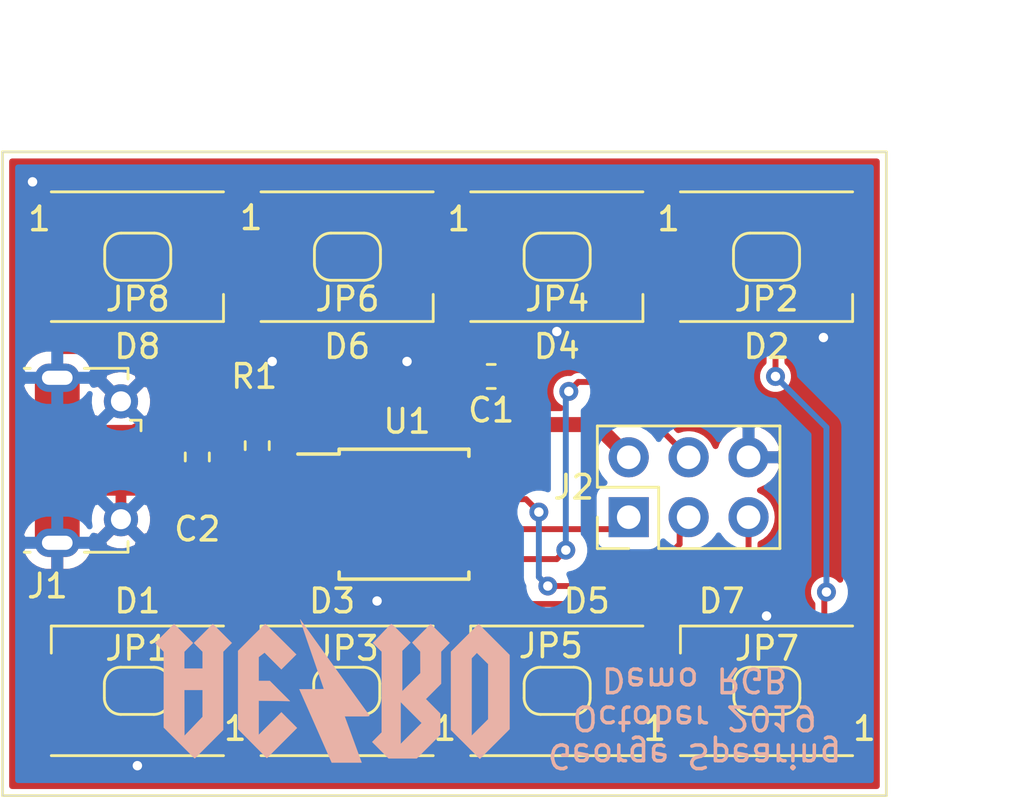
<source format=kicad_pcb>
(kicad_pcb (version 20171130) (host pcbnew 5.1.4-e60b266~84~ubuntu18.04.1)

  (general
    (thickness 1.6)
    (drawings 11)
    (tracks 161)
    (zones 0)
    (modules 23)
    (nets 20)
  )

  (page A4)
  (layers
    (0 F.Cu signal)
    (31 B.Cu signal)
    (32 B.Adhes user)
    (33 F.Adhes user)
    (34 B.Paste user)
    (35 F.Paste user)
    (36 B.SilkS user)
    (37 F.SilkS user)
    (38 B.Mask user)
    (39 F.Mask user)
    (40 Dwgs.User user)
    (41 Cmts.User user)
    (42 Eco1.User user)
    (43 Eco2.User user)
    (44 Edge.Cuts user)
    (45 Margin user)
    (46 B.CrtYd user)
    (47 F.CrtYd user)
    (48 B.Fab user)
    (49 F.Fab user hide)
  )

  (setup
    (last_trace_width 0.25)
    (user_trace_width 0.254)
    (user_trace_width 0.381)
    (user_trace_width 0.4572)
    (trace_clearance 0.2)
    (zone_clearance 0.254)
    (zone_45_only no)
    (trace_min 0.2)
    (via_size 0.8)
    (via_drill 0.4)
    (via_min_size 0.4)
    (via_min_drill 0.3)
    (uvia_size 0.3)
    (uvia_drill 0.1)
    (uvias_allowed no)
    (uvia_min_size 0.2)
    (uvia_min_drill 0.1)
    (edge_width 0.05)
    (segment_width 0.2)
    (pcb_text_width 0.3)
    (pcb_text_size 1.5 1.5)
    (mod_edge_width 0.12)
    (mod_text_size 1 1)
    (mod_text_width 0.15)
    (pad_size 1.524 1.524)
    (pad_drill 0.762)
    (pad_to_mask_clearance 0.051)
    (solder_mask_min_width 0.25)
    (aux_axis_origin 0 0)
    (visible_elements FFFFFF7F)
    (pcbplotparams
      (layerselection 0x010fc_ffffffff)
      (usegerberextensions false)
      (usegerberattributes false)
      (usegerberadvancedattributes false)
      (creategerberjobfile false)
      (excludeedgelayer true)
      (linewidth 0.100000)
      (plotframeref false)
      (viasonmask false)
      (mode 1)
      (useauxorigin false)
      (hpglpennumber 1)
      (hpglpenspeed 20)
      (hpglpendiameter 15.000000)
      (psnegative false)
      (psa4output false)
      (plotreference true)
      (plotvalue true)
      (plotinvisibletext false)
      (padsonsilk false)
      (subtractmaskfromsilk false)
      (outputformat 1)
      (mirror false)
      (drillshape 1)
      (scaleselection 1)
      (outputdirectory ""))
  )

  (net 0 "")
  (net 1 GND)
  (net 2 +5V)
  (net 3 "Net-(D1-Pad2)")
  (net 4 "Net-(D1-Pad4)")
  (net 5 "Net-(D2-Pad4)")
  (net 6 "Net-(D2-Pad2)")
  (net 7 "Net-(D3-Pad2)")
  (net 8 "Net-(D4-Pad2)")
  (net 9 "Net-(D5-Pad2)")
  (net 10 "Net-(D6-Pad2)")
  (net 11 "Net-(D8-Pad2)")
  (net 12 "Net-(J1-Pad2)")
  (net 13 "Net-(J1-Pad4)")
  (net 14 "Net-(J1-Pad3)")
  (net 15 /MISO)
  (net 16 /SCK)
  (net 17 /MOSI)
  (net 18 /RST)
  (net 19 "Net-(U1-Pad3)")

  (net_class Default "This is the default net class."
    (clearance 0.2)
    (trace_width 0.25)
    (via_dia 0.8)
    (via_drill 0.4)
    (uvia_dia 0.3)
    (uvia_drill 0.1)
    (add_net /MISO)
    (add_net /MOSI)
    (add_net /RST)
    (add_net /SCK)
    (add_net "Net-(D1-Pad2)")
    (add_net "Net-(D1-Pad4)")
    (add_net "Net-(D2-Pad2)")
    (add_net "Net-(D2-Pad4)")
    (add_net "Net-(D3-Pad2)")
    (add_net "Net-(D4-Pad2)")
    (add_net "Net-(D5-Pad2)")
    (add_net "Net-(D6-Pad2)")
    (add_net "Net-(D8-Pad2)")
    (add_net "Net-(J1-Pad2)")
    (add_net "Net-(J1-Pad3)")
    (add_net "Net-(J1-Pad4)")
    (add_net "Net-(U1-Pad3)")
  )

  (net_class Power ""
    (clearance 0.254)
    (trace_width 0.635)
    (via_dia 0.8)
    (via_drill 0.4)
    (uvia_dia 0.3)
    (uvia_drill 0.1)
    (add_net +5V)
    (add_net GND)
  )

  (module AERO-footprints:AERO_Logo_15x6mm (layer B.Cu) (tedit 0) (tstamp 5DB3A519)
    (at 130.175 80.01)
    (fp_text reference G*** (at 0 0 180) (layer B.SilkS) hide
      (effects (font (size 1.524 1.524) (thickness 0.3)) (justify mirror))
    )
    (fp_text value LOGO (at 0.75 0 180) (layer B.SilkS) hide
      (effects (font (size 1.524 1.524) (thickness 0.3)) (justify mirror))
    )
    (fp_poly (pts (xy 6.892292 2.256606) (xy 7.522038 1.627588) (xy 7.522038 -1.522592) (xy 6.209332 -2.833934)
      (xy 5.038016 -1.661096) (xy 5.038016 -1.378625) (xy 5.912672 -1.378625) (xy 6.024987 -1.494504)
      (xy 6.137301 -1.610384) (xy 6.374849 -1.374656) (xy 6.612397 -1.138929) (xy 6.612397 1.208337)
      (xy 6.262534 1.556887) (xy 5.912672 1.905436) (xy 5.912672 -1.378625) (xy 5.038016 -1.378625)
      (xy 5.038016 1.662595) (xy 5.650281 2.27411) (xy 6.262545 2.885624) (xy 6.892292 2.256606)) (layer B.SilkS) (width 0.01))
    (fp_poly (pts (xy 4.085094 2.369879) (xy 4.583195 1.870887) (xy 4.583195 0.963505) (xy 3.972357 0.349823)
      (xy 4.295269 0.025563) (xy 4.618182 -0.298698) (xy 4.618182 -1.659646) (xy 4.801166 -1.844931)
      (xy 4.984149 -2.030217) (xy 4.180096 -2.83427) (xy 3.395312 -2.046694) (xy 3.567904 -1.85427)
      (xy 3.740497 -1.661846) (xy 3.742011 -1.206428) (xy 3.743526 -0.751011) (xy 3.358678 -0.367356)
      (xy 2.973829 0.0163) (xy 2.973829 -1.699463) (xy 3.149146 -1.872144) (xy 3.324464 -2.044825)
      (xy 2.931053 -2.439355) (xy 2.796179 -2.57326) (xy 2.678343 -2.687693) (xy 2.586396 -2.774262)
      (xy 2.529184 -2.824577) (xy 2.515023 -2.833884) (xy 2.484378 -2.809858) (xy 2.414426 -2.743504)
      (xy 2.313856 -2.643412) (xy 2.191358 -2.518171) (xy 2.10951 -2.433024) (xy 1.726618 -2.032164)
      (xy 1.912896 -1.8482) (xy 2.099173 -1.664236) (xy 2.099173 0.472657) (xy 2.903857 0.472657)
      (xy 3.349759 0.91856) (xy 3.795662 1.364463) (xy 2.903857 2.256268) (xy 2.903857 0.472657)
      (xy 2.099173 0.472657) (xy 2.099173 1.764775) (xy 1.898879 1.967182) (xy 1.698585 2.169588)
      (xy 2.046914 2.519229) (xy 2.395244 2.86887) (xy 3.586993 2.86887) (xy 4.085094 2.369879)) (layer B.SilkS) (width 0.01))
    (fp_poly (pts (xy -2.126864 2.214321) (xy -1.487961 1.574717) (xy -1.819235 1.24206) (xy -2.150508 0.909403)
      (xy -2.632141 1.390114) (xy -3.113774 1.870826) (xy -3.113774 0.416909) (xy -2.449463 0.427118)
      (xy -1.785151 0.437328) (xy -2.212781 0.008746) (xy -2.64041 -0.419835) (xy -3.113774 -0.419835)
      (xy -3.113774 -1.430874) (xy -2.989067 -1.525994) (xy -2.864359 -1.621113) (xy -2.507589 -1.265558)
      (xy -2.15082 -0.910002) (xy -1.835197 -1.225625) (xy -1.519575 -1.541248) (xy -2.169155 -2.187566)
      (xy -2.34366 -2.360587) (xy -2.501708 -2.516125) (xy -2.636615 -2.647697) (xy -2.741696 -2.748821)
      (xy -2.810268 -2.813012) (xy -2.835454 -2.833884) (xy -2.863865 -2.810205) (xy -2.934415 -2.7438)
      (xy -3.039961 -2.641616) (xy -3.173361 -2.510602) (xy -3.327474 -2.357704) (xy -3.420301 -2.264972)
      (xy -3.98843 -1.69606) (xy -3.98843 1.624396) (xy -3.377098 2.23916) (xy -2.765766 2.853925)
      (xy -2.126864 2.214321)) (layer B.SilkS) (width 0.01))
    (fp_poly (pts (xy -5.221339 2.265012) (xy -4.618182 1.661116) (xy -4.618182 -1.659646) (xy -4.435198 -1.844931)
      (xy -4.252214 -2.030217) (xy -4.654241 -2.432243) (xy -5.056267 -2.83427) (xy -5.457346 -2.43205)
      (xy -5.858424 -2.02983) (xy -5.492838 -1.659646) (xy -5.492838 -0.944628) (xy -6.262535 -0.944628)
      (xy -6.262535 -1.659646) (xy -6.079551 -1.844931) (xy -5.896567 -2.030217) (xy -6.70062 -2.83427)
      (xy -7.502776 -2.02983) (xy -7.319984 -1.844738) (xy -7.13719 -1.659646) (xy -7.13719 -0.034986)
      (xy -6.262535 -0.034986) (xy -5.492838 -0.034986) (xy -5.492838 1.10401) (xy -5.875913 1.50538)
      (xy -6.258989 1.906749) (xy -6.260762 0.935881) (xy -6.262535 -0.034986) (xy -7.13719 -0.034986)
      (xy -7.13719 1.557578) (xy -6.480843 2.213243) (xy -5.824495 2.868909) (xy -5.221339 2.265012)) (layer B.SilkS) (width 0.01))
    (fp_poly (pts (xy 0.892149 2.064187) (xy 0.53294 1.084573) (xy 1.076576 1.084573) (xy 1.281642 1.084154)
      (xy 1.425832 1.082139) (xy 1.518241 1.077389) (xy 1.567965 1.068766) (xy 1.5841 1.055131)
      (xy 1.575739 1.035346) (xy 1.565711 1.023347) (xy 1.537708 0.986527) (xy 1.472995 0.898463)
      (xy 1.375622 0.764785) (xy 1.24964 0.591123) (xy 1.0991 0.383107) (xy 0.928052 0.146367)
      (xy 0.740547 -0.113466) (xy 0.540636 -0.390763) (xy 0.33237 -0.679893) (xy 0.1198 -0.975227)
      (xy -0.093025 -1.271134) (xy -0.302053 -1.561985) (xy -0.503233 -1.842148) (xy -0.692515 -2.105995)
      (xy -0.865847 -2.347895) (xy -1.019181 -2.562217) (xy -1.148463 -2.743333) (xy -1.249645 -2.885611)
      (xy -1.318674 -2.983422) (xy -1.351501 -3.031136) (xy -1.35222 -3.032265) (xy -1.349457 -3.013674)
      (xy -1.325691 -2.935209) (xy -1.282989 -2.803056) (xy -1.223417 -2.623402) (xy -1.149041 -2.402431)
      (xy -1.061928 -2.146332) (xy -0.964145 -1.861288) (xy -0.871159 -1.592142) (xy -0.764276 -1.283551)
      (xy -0.664769 -0.995885) (xy -0.574915 -0.735757) (xy -0.496994 -0.509778) (xy -0.433282 -0.32456)
      (xy -0.386058 -0.186716) (xy -0.357599 -0.102858) (xy -0.349862 -0.078987) (xy -0.382823 -0.075836)
      (xy -0.473606 -0.073166) (xy -0.610059 -0.071186) (xy -0.780034 -0.070108) (xy -0.869786 -0.069973)
      (xy -1.389709 -0.069973) (xy -0.998949 0.81343) (xy -0.875406 1.092997) (xy -0.742067 1.395195)
      (xy -0.60729 1.701053) (xy -0.479431 1.9916) (xy -0.366846 2.247865) (xy -0.313152 2.370317)
      (xy -0.018117 3.043801) (xy 1.251357 3.043801) (xy 0.892149 2.064187)) (layer B.SilkS) (width 0.01))
  )

  (module Capacitor_SMD:C_0603_1608Metric_Pad1.05x0.95mm_HandSolder (layer F.Cu) (tedit 5B301BBE) (tstamp 5DB2C59A)
    (at 136.92 66.675 180)
    (descr "Capacitor SMD 0603 (1608 Metric), square (rectangular) end terminal, IPC_7351 nominal with elongated pad for handsoldering. (Body size source: http://www.tortai-tech.com/upload/download/2011102023233369053.pdf), generated with kicad-footprint-generator")
    (tags "capacitor handsolder")
    (path /5DB28319)
    (attr smd)
    (fp_text reference C1 (at 0 -1.43) (layer F.SilkS)
      (effects (font (size 1 1) (thickness 0.15)))
    )
    (fp_text value 0.1U (at 0 1.43) (layer F.Fab)
      (effects (font (size 1 1) (thickness 0.15)))
    )
    (fp_text user %R (at 0 0) (layer F.Fab)
      (effects (font (size 0.4 0.4) (thickness 0.06)))
    )
    (fp_line (start 1.65 0.73) (end -1.65 0.73) (layer F.CrtYd) (width 0.05))
    (fp_line (start 1.65 -0.73) (end 1.65 0.73) (layer F.CrtYd) (width 0.05))
    (fp_line (start -1.65 -0.73) (end 1.65 -0.73) (layer F.CrtYd) (width 0.05))
    (fp_line (start -1.65 0.73) (end -1.65 -0.73) (layer F.CrtYd) (width 0.05))
    (fp_line (start -0.171267 0.51) (end 0.171267 0.51) (layer F.SilkS) (width 0.12))
    (fp_line (start -0.171267 -0.51) (end 0.171267 -0.51) (layer F.SilkS) (width 0.12))
    (fp_line (start 0.8 0.4) (end -0.8 0.4) (layer F.Fab) (width 0.1))
    (fp_line (start 0.8 -0.4) (end 0.8 0.4) (layer F.Fab) (width 0.1))
    (fp_line (start -0.8 -0.4) (end 0.8 -0.4) (layer F.Fab) (width 0.1))
    (fp_line (start -0.8 0.4) (end -0.8 -0.4) (layer F.Fab) (width 0.1))
    (pad 2 smd roundrect (at 0.875 0 180) (size 1.05 0.95) (layers F.Cu F.Paste F.Mask) (roundrect_rratio 0.25)
      (net 1 GND))
    (pad 1 smd roundrect (at -0.875 0 180) (size 1.05 0.95) (layers F.Cu F.Paste F.Mask) (roundrect_rratio 0.25)
      (net 2 +5V))
    (model ${KISYS3DMOD}/Capacitor_SMD.3dshapes/C_0603_1608Metric.wrl
      (at (xyz 0 0 0))
      (scale (xyz 1 1 1))
      (rotate (xyz 0 0 0))
    )
  )

  (module Capacitor_SMD:C_0603_1608Metric_Pad1.05x0.95mm_HandSolder (layer F.Cu) (tedit 5B301BBE) (tstamp 5DB2D9F6)
    (at 124.46 70.09 270)
    (descr "Capacitor SMD 0603 (1608 Metric), square (rectangular) end terminal, IPC_7351 nominal with elongated pad for handsoldering. (Body size source: http://www.tortai-tech.com/upload/download/2011102023233369053.pdf), generated with kicad-footprint-generator")
    (tags "capacitor handsolder")
    (path /5DB28946)
    (attr smd)
    (fp_text reference C2 (at 3.062 0 180) (layer F.SilkS)
      (effects (font (size 1 1) (thickness 0.15)))
    )
    (fp_text value 10U (at 0 1.43 90) (layer F.Fab)
      (effects (font (size 1 1) (thickness 0.15)))
    )
    (fp_line (start -0.8 0.4) (end -0.8 -0.4) (layer F.Fab) (width 0.1))
    (fp_line (start -0.8 -0.4) (end 0.8 -0.4) (layer F.Fab) (width 0.1))
    (fp_line (start 0.8 -0.4) (end 0.8 0.4) (layer F.Fab) (width 0.1))
    (fp_line (start 0.8 0.4) (end -0.8 0.4) (layer F.Fab) (width 0.1))
    (fp_line (start -0.171267 -0.51) (end 0.171267 -0.51) (layer F.SilkS) (width 0.12))
    (fp_line (start -0.171267 0.51) (end 0.171267 0.51) (layer F.SilkS) (width 0.12))
    (fp_line (start -1.65 0.73) (end -1.65 -0.73) (layer F.CrtYd) (width 0.05))
    (fp_line (start -1.65 -0.73) (end 1.65 -0.73) (layer F.CrtYd) (width 0.05))
    (fp_line (start 1.65 -0.73) (end 1.65 0.73) (layer F.CrtYd) (width 0.05))
    (fp_line (start 1.65 0.73) (end -1.65 0.73) (layer F.CrtYd) (width 0.05))
    (fp_text user %R (at 0 0 90) (layer F.Fab)
      (effects (font (size 0.4 0.4) (thickness 0.06)))
    )
    (pad 1 smd roundrect (at -0.875 0 270) (size 1.05 0.95) (layers F.Cu F.Paste F.Mask) (roundrect_rratio 0.25)
      (net 2 +5V))
    (pad 2 smd roundrect (at 0.875 0 270) (size 1.05 0.95) (layers F.Cu F.Paste F.Mask) (roundrect_rratio 0.25)
      (net 1 GND))
    (model ${KISYS3DMOD}/Capacitor_SMD.3dshapes/C_0603_1608Metric.wrl
      (at (xyz 0 0 0))
      (scale (xyz 1 1 1))
      (rotate (xyz 0 0 0))
    )
  )

  (module LED_SMD:LED_WS2812B_PLCC4_5.0x5.0mm_P3.2mm (layer F.Cu) (tedit 5AA4B285) (tstamp 5DB30247)
    (at 121.92 80.01 180)
    (descr https://cdn-shop.adafruit.com/datasheets/WS2812B.pdf)
    (tags "LED RGB NeoPixel")
    (path /5DB2BA5D)
    (attr smd)
    (fp_text reference D1 (at 0 3.81) (layer F.SilkS)
      (effects (font (size 1 1) (thickness 0.15)))
    )
    (fp_text value WS2812B (at 0 5.08) (layer F.Fab)
      (effects (font (size 1 1) (thickness 0.15)))
    )
    (fp_circle (center 0 0) (end 0 -2) (layer F.Fab) (width 0.1))
    (fp_line (start 3.65 2.75) (end 3.65 1.6) (layer F.SilkS) (width 0.12))
    (fp_line (start -3.65 2.75) (end 3.65 2.75) (layer F.SilkS) (width 0.12))
    (fp_line (start -3.65 -2.75) (end 3.65 -2.75) (layer F.SilkS) (width 0.12))
    (fp_line (start 2.5 -2.5) (end -2.5 -2.5) (layer F.Fab) (width 0.1))
    (fp_line (start 2.5 2.5) (end 2.5 -2.5) (layer F.Fab) (width 0.1))
    (fp_line (start -2.5 2.5) (end 2.5 2.5) (layer F.Fab) (width 0.1))
    (fp_line (start -2.5 -2.5) (end -2.5 2.5) (layer F.Fab) (width 0.1))
    (fp_line (start 2.5 1.5) (end 1.5 2.5) (layer F.Fab) (width 0.1))
    (fp_line (start -3.45 -2.75) (end -3.45 2.75) (layer F.CrtYd) (width 0.05))
    (fp_line (start -3.45 2.75) (end 3.45 2.75) (layer F.CrtYd) (width 0.05))
    (fp_line (start 3.45 2.75) (end 3.45 -2.75) (layer F.CrtYd) (width 0.05))
    (fp_line (start 3.45 -2.75) (end -3.45 -2.75) (layer F.CrtYd) (width 0.05))
    (fp_text user %R (at 0 0 180) (layer F.Fab)
      (effects (font (size 0.8 0.8) (thickness 0.15)))
    )
    (fp_text user 1 (at -4.15 -1.6) (layer F.SilkS)
      (effects (font (size 1 1) (thickness 0.15)))
    )
    (pad 1 smd rect (at -2.45 -1.6 180) (size 1.5 1) (layers F.Cu F.Paste F.Mask)
      (net 2 +5V))
    (pad 2 smd rect (at -2.45 1.6 180) (size 1.5 1) (layers F.Cu F.Paste F.Mask)
      (net 3 "Net-(D1-Pad2)"))
    (pad 4 smd rect (at 2.45 -1.6 180) (size 1.5 1) (layers F.Cu F.Paste F.Mask)
      (net 4 "Net-(D1-Pad4)"))
    (pad 3 smd rect (at 2.45 1.6 180) (size 1.5 1) (layers F.Cu F.Paste F.Mask)
      (net 1 GND))
    (model ${KISYS3DMOD}/LED_SMD.3dshapes/LED_WS2812B_PLCC4_5.0x5.0mm_P3.2mm.wrl
      (at (xyz 0 0 0))
      (scale (xyz 1 1 1))
      (rotate (xyz 0 0 0))
    )
  )

  (module LED_SMD:LED_WS2812B_PLCC4_5.0x5.0mm_P3.2mm (layer F.Cu) (tedit 5AA4B285) (tstamp 5DB30A6D)
    (at 148.59 61.595)
    (descr https://cdn-shop.adafruit.com/datasheets/WS2812B.pdf)
    (tags "LED RGB NeoPixel")
    (path /5DB52932)
    (attr smd)
    (fp_text reference D2 (at 0 3.81) (layer F.SilkS)
      (effects (font (size 1 1) (thickness 0.15)))
    )
    (fp_text value WS2812B (at 0 4) (layer F.Fab)
      (effects (font (size 1 1) (thickness 0.15)))
    )
    (fp_circle (center 0 0) (end 0 -2) (layer F.Fab) (width 0.1))
    (fp_line (start 3.65 2.75) (end 3.65 1.6) (layer F.SilkS) (width 0.12))
    (fp_line (start -3.65 2.75) (end 3.65 2.75) (layer F.SilkS) (width 0.12))
    (fp_line (start -3.65 -2.75) (end 3.65 -2.75) (layer F.SilkS) (width 0.12))
    (fp_line (start 2.5 -2.5) (end -2.5 -2.5) (layer F.Fab) (width 0.1))
    (fp_line (start 2.5 2.5) (end 2.5 -2.5) (layer F.Fab) (width 0.1))
    (fp_line (start -2.5 2.5) (end 2.5 2.5) (layer F.Fab) (width 0.1))
    (fp_line (start -2.5 -2.5) (end -2.5 2.5) (layer F.Fab) (width 0.1))
    (fp_line (start 2.5 1.5) (end 1.5 2.5) (layer F.Fab) (width 0.1))
    (fp_line (start -3.45 -2.75) (end -3.45 2.75) (layer F.CrtYd) (width 0.05))
    (fp_line (start -3.45 2.75) (end 3.45 2.75) (layer F.CrtYd) (width 0.05))
    (fp_line (start 3.45 2.75) (end 3.45 -2.75) (layer F.CrtYd) (width 0.05))
    (fp_line (start 3.45 -2.75) (end -3.45 -2.75) (layer F.CrtYd) (width 0.05))
    (fp_text user %R (at 0 0) (layer F.Fab)
      (effects (font (size 0.8 0.8) (thickness 0.15)))
    )
    (fp_text user 1 (at -4.15 -1.6) (layer F.SilkS)
      (effects (font (size 1 1) (thickness 0.15)))
    )
    (pad 1 smd rect (at -2.45 -1.6) (size 1.5 1) (layers F.Cu F.Paste F.Mask)
      (net 2 +5V))
    (pad 2 smd rect (at -2.45 1.6) (size 1.5 1) (layers F.Cu F.Paste F.Mask)
      (net 6 "Net-(D2-Pad2)"))
    (pad 4 smd rect (at 2.45 -1.6) (size 1.5 1) (layers F.Cu F.Paste F.Mask)
      (net 5 "Net-(D2-Pad4)"))
    (pad 3 smd rect (at 2.45 1.6) (size 1.5 1) (layers F.Cu F.Paste F.Mask)
      (net 1 GND))
    (model ${KISYS3DMOD}/LED_SMD.3dshapes/LED_WS2812B_PLCC4_5.0x5.0mm_P3.2mm.wrl
      (at (xyz 0 0 0))
      (scale (xyz 1 1 1))
      (rotate (xyz 0 0 0))
    )
  )

  (module LED_SMD:LED_WS2812B_PLCC4_5.0x5.0mm_P3.2mm (layer F.Cu) (tedit 5AA4B285) (tstamp 5DB30364)
    (at 130.81 80.01 180)
    (descr https://cdn-shop.adafruit.com/datasheets/WS2812B.pdf)
    (tags "LED RGB NeoPixel")
    (path /5DB3DFB4)
    (attr smd)
    (fp_text reference D3 (at 0.635 3.81) (layer F.SilkS)
      (effects (font (size 1 1) (thickness 0.15)))
    )
    (fp_text value WS2812B (at 0 4) (layer F.Fab)
      (effects (font (size 1 1) (thickness 0.15)))
    )
    (fp_text user 1 (at -4.15 -1.6) (layer F.SilkS)
      (effects (font (size 1 1) (thickness 0.15)))
    )
    (fp_text user %R (at 0 0) (layer F.Fab)
      (effects (font (size 0.8 0.8) (thickness 0.15)))
    )
    (fp_line (start 3.45 -2.75) (end -3.45 -2.75) (layer F.CrtYd) (width 0.05))
    (fp_line (start 3.45 2.75) (end 3.45 -2.75) (layer F.CrtYd) (width 0.05))
    (fp_line (start -3.45 2.75) (end 3.45 2.75) (layer F.CrtYd) (width 0.05))
    (fp_line (start -3.45 -2.75) (end -3.45 2.75) (layer F.CrtYd) (width 0.05))
    (fp_line (start 2.5 1.5) (end 1.5 2.5) (layer F.Fab) (width 0.1))
    (fp_line (start -2.5 -2.5) (end -2.5 2.5) (layer F.Fab) (width 0.1))
    (fp_line (start -2.5 2.5) (end 2.5 2.5) (layer F.Fab) (width 0.1))
    (fp_line (start 2.5 2.5) (end 2.5 -2.5) (layer F.Fab) (width 0.1))
    (fp_line (start 2.5 -2.5) (end -2.5 -2.5) (layer F.Fab) (width 0.1))
    (fp_line (start -3.65 -2.75) (end 3.65 -2.75) (layer F.SilkS) (width 0.12))
    (fp_line (start -3.65 2.75) (end 3.65 2.75) (layer F.SilkS) (width 0.12))
    (fp_line (start 3.65 2.75) (end 3.65 1.6) (layer F.SilkS) (width 0.12))
    (fp_circle (center 0 0) (end 0 -2) (layer F.Fab) (width 0.1))
    (pad 3 smd rect (at 2.45 1.6 180) (size 1.5 1) (layers F.Cu F.Paste F.Mask)
      (net 1 GND))
    (pad 4 smd rect (at 2.45 -1.6 180) (size 1.5 1) (layers F.Cu F.Paste F.Mask)
      (net 3 "Net-(D1-Pad2)"))
    (pad 2 smd rect (at -2.45 1.6 180) (size 1.5 1) (layers F.Cu F.Paste F.Mask)
      (net 7 "Net-(D3-Pad2)"))
    (pad 1 smd rect (at -2.45 -1.6 180) (size 1.5 1) (layers F.Cu F.Paste F.Mask)
      (net 2 +5V))
    (model ${KISYS3DMOD}/LED_SMD.3dshapes/LED_WS2812B_PLCC4_5.0x5.0mm_P3.2mm.wrl
      (at (xyz 0 0 0))
      (scale (xyz 1 1 1))
      (rotate (xyz 0 0 0))
    )
  )

  (module LED_SMD:LED_WS2812B_PLCC4_5.0x5.0mm_P3.2mm (layer F.Cu) (tedit 5AA4B285) (tstamp 5DB309F8)
    (at 139.7 61.595)
    (descr https://cdn-shop.adafruit.com/datasheets/WS2812B.pdf)
    (tags "LED RGB NeoPixel")
    (path /5DB5295E)
    (attr smd)
    (fp_text reference D4 (at 0 3.81) (layer F.SilkS)
      (effects (font (size 1 1) (thickness 0.15)))
    )
    (fp_text value WS2812B (at 0 4) (layer F.Fab)
      (effects (font (size 1 1) (thickness 0.15)))
    )
    (fp_circle (center 0 0) (end 0 -2) (layer F.Fab) (width 0.1))
    (fp_line (start 3.65 2.75) (end 3.65 1.6) (layer F.SilkS) (width 0.12))
    (fp_line (start -3.65 2.75) (end 3.65 2.75) (layer F.SilkS) (width 0.12))
    (fp_line (start -3.65 -2.75) (end 3.65 -2.75) (layer F.SilkS) (width 0.12))
    (fp_line (start 2.5 -2.5) (end -2.5 -2.5) (layer F.Fab) (width 0.1))
    (fp_line (start 2.5 2.5) (end 2.5 -2.5) (layer F.Fab) (width 0.1))
    (fp_line (start -2.5 2.5) (end 2.5 2.5) (layer F.Fab) (width 0.1))
    (fp_line (start -2.5 -2.5) (end -2.5 2.5) (layer F.Fab) (width 0.1))
    (fp_line (start 2.5 1.5) (end 1.5 2.5) (layer F.Fab) (width 0.1))
    (fp_line (start -3.45 -2.75) (end -3.45 2.75) (layer F.CrtYd) (width 0.05))
    (fp_line (start -3.45 2.75) (end 3.45 2.75) (layer F.CrtYd) (width 0.05))
    (fp_line (start 3.45 2.75) (end 3.45 -2.75) (layer F.CrtYd) (width 0.05))
    (fp_line (start 3.45 -2.75) (end -3.45 -2.75) (layer F.CrtYd) (width 0.05))
    (fp_text user %R (at 0 0 180) (layer F.Fab)
      (effects (font (size 0.8 0.8) (thickness 0.15)))
    )
    (fp_text user 1 (at -4.15 -1.6) (layer F.SilkS)
      (effects (font (size 1 1) (thickness 0.15)))
    )
    (pad 1 smd rect (at -2.45 -1.6) (size 1.5 1) (layers F.Cu F.Paste F.Mask)
      (net 2 +5V))
    (pad 2 smd rect (at -2.45 1.6) (size 1.5 1) (layers F.Cu F.Paste F.Mask)
      (net 8 "Net-(D4-Pad2)"))
    (pad 4 smd rect (at 2.45 -1.6) (size 1.5 1) (layers F.Cu F.Paste F.Mask)
      (net 6 "Net-(D2-Pad2)"))
    (pad 3 smd rect (at 2.45 1.6) (size 1.5 1) (layers F.Cu F.Paste F.Mask)
      (net 1 GND))
    (model ${KISYS3DMOD}/LED_SMD.3dshapes/LED_WS2812B_PLCC4_5.0x5.0mm_P3.2mm.wrl
      (at (xyz 0 0 0))
      (scale (xyz 1 1 1))
      (rotate (xyz 0 0 0))
    )
  )

  (module LED_SMD:LED_WS2812B_PLCC4_5.0x5.0mm_P3.2mm (layer F.Cu) (tedit 5AA4B285) (tstamp 5DB2CE0B)
    (at 139.7 80.01 180)
    (descr https://cdn-shop.adafruit.com/datasheets/WS2812B.pdf)
    (tags "LED RGB NeoPixel")
    (path /5DB48413)
    (attr smd)
    (fp_text reference D5 (at -1.27 3.81) (layer F.SilkS)
      (effects (font (size 1 1) (thickness 0.15)))
    )
    (fp_text value WS2812B (at 0 4) (layer F.Fab)
      (effects (font (size 1 1) (thickness 0.15)))
    )
    (fp_circle (center 0 0) (end 0 -2) (layer F.Fab) (width 0.1))
    (fp_line (start 3.65 2.75) (end 3.65 1.6) (layer F.SilkS) (width 0.12))
    (fp_line (start -3.65 2.75) (end 3.65 2.75) (layer F.SilkS) (width 0.12))
    (fp_line (start -3.65 -2.75) (end 3.65 -2.75) (layer F.SilkS) (width 0.12))
    (fp_line (start 2.5 -2.5) (end -2.5 -2.5) (layer F.Fab) (width 0.1))
    (fp_line (start 2.5 2.5) (end 2.5 -2.5) (layer F.Fab) (width 0.1))
    (fp_line (start -2.5 2.5) (end 2.5 2.5) (layer F.Fab) (width 0.1))
    (fp_line (start -2.5 -2.5) (end -2.5 2.5) (layer F.Fab) (width 0.1))
    (fp_line (start 2.5 1.5) (end 1.5 2.5) (layer F.Fab) (width 0.1))
    (fp_line (start -3.45 -2.75) (end -3.45 2.75) (layer F.CrtYd) (width 0.05))
    (fp_line (start -3.45 2.75) (end 3.45 2.75) (layer F.CrtYd) (width 0.05))
    (fp_line (start 3.45 2.75) (end 3.45 -2.75) (layer F.CrtYd) (width 0.05))
    (fp_line (start 3.45 -2.75) (end -3.45 -2.75) (layer F.CrtYd) (width 0.05))
    (fp_text user %R (at 0 0) (layer F.Fab)
      (effects (font (size 0.8 0.8) (thickness 0.15)))
    )
    (fp_text user 1 (at -4.15 -1.6) (layer F.SilkS)
      (effects (font (size 1 1) (thickness 0.15)))
    )
    (pad 1 smd rect (at -2.45 -1.6 180) (size 1.5 1) (layers F.Cu F.Paste F.Mask)
      (net 2 +5V))
    (pad 2 smd rect (at -2.45 1.6 180) (size 1.5 1) (layers F.Cu F.Paste F.Mask)
      (net 9 "Net-(D5-Pad2)"))
    (pad 4 smd rect (at 2.45 -1.6 180) (size 1.5 1) (layers F.Cu F.Paste F.Mask)
      (net 7 "Net-(D3-Pad2)"))
    (pad 3 smd rect (at 2.45 1.6 180) (size 1.5 1) (layers F.Cu F.Paste F.Mask)
      (net 1 GND))
    (model ${KISYS3DMOD}/LED_SMD.3dshapes/LED_WS2812B_PLCC4_5.0x5.0mm_P3.2mm.wrl
      (at (xyz 0 0 0))
      (scale (xyz 1 1 1))
      (rotate (xyz 0 0 0))
    )
  )

  (module LED_SMD:LED_WS2812B_PLCC4_5.0x5.0mm_P3.2mm (layer F.Cu) (tedit 5AA4B285) (tstamp 5DB30974)
    (at 130.81 61.595)
    (descr https://cdn-shop.adafruit.com/datasheets/WS2812B.pdf)
    (tags "LED RGB NeoPixel")
    (path /5DB5298F)
    (attr smd)
    (fp_text reference D6 (at 0 3.81) (layer F.SilkS)
      (effects (font (size 1 1) (thickness 0.15)))
    )
    (fp_text value WS2812B (at 0 4) (layer F.Fab)
      (effects (font (size 1 1) (thickness 0.15)))
    )
    (fp_text user 1 (at -4.064 -1.651) (layer F.SilkS)
      (effects (font (size 1 1) (thickness 0.15)))
    )
    (fp_text user %R (at 0 0) (layer F.Fab)
      (effects (font (size 0.8 0.8) (thickness 0.15)))
    )
    (fp_line (start 3.45 -2.75) (end -3.45 -2.75) (layer F.CrtYd) (width 0.05))
    (fp_line (start 3.45 2.75) (end 3.45 -2.75) (layer F.CrtYd) (width 0.05))
    (fp_line (start -3.45 2.75) (end 3.45 2.75) (layer F.CrtYd) (width 0.05))
    (fp_line (start -3.45 -2.75) (end -3.45 2.75) (layer F.CrtYd) (width 0.05))
    (fp_line (start 2.5 1.5) (end 1.5 2.5) (layer F.Fab) (width 0.1))
    (fp_line (start -2.5 -2.5) (end -2.5 2.5) (layer F.Fab) (width 0.1))
    (fp_line (start -2.5 2.5) (end 2.5 2.5) (layer F.Fab) (width 0.1))
    (fp_line (start 2.5 2.5) (end 2.5 -2.5) (layer F.Fab) (width 0.1))
    (fp_line (start 2.5 -2.5) (end -2.5 -2.5) (layer F.Fab) (width 0.1))
    (fp_line (start -3.65 -2.75) (end 3.65 -2.75) (layer F.SilkS) (width 0.12))
    (fp_line (start -3.65 2.75) (end 3.65 2.75) (layer F.SilkS) (width 0.12))
    (fp_line (start 3.65 2.75) (end 3.65 1.6) (layer F.SilkS) (width 0.12))
    (fp_circle (center 0 0) (end 0 -2) (layer F.Fab) (width 0.1))
    (pad 3 smd rect (at 2.45 1.6) (size 1.5 1) (layers F.Cu F.Paste F.Mask)
      (net 1 GND))
    (pad 4 smd rect (at 2.45 -1.6) (size 1.5 1) (layers F.Cu F.Paste F.Mask)
      (net 8 "Net-(D4-Pad2)"))
    (pad 2 smd rect (at -2.45 1.6) (size 1.5 1) (layers F.Cu F.Paste F.Mask)
      (net 10 "Net-(D6-Pad2)"))
    (pad 1 smd rect (at -2.45 -1.6) (size 1.5 1) (layers F.Cu F.Paste F.Mask)
      (net 2 +5V))
    (model ${KISYS3DMOD}/LED_SMD.3dshapes/LED_WS2812B_PLCC4_5.0x5.0mm_P3.2mm.wrl
      (at (xyz 0 0 0))
      (scale (xyz 1 1 1))
      (rotate (xyz 0 0 0))
    )
  )

  (module LED_SMD:LED_WS2812B_PLCC4_5.0x5.0mm_P3.2mm (layer F.Cu) (tedit 5AA4B285) (tstamp 5DB2C64C)
    (at 148.59 80.01 180)
    (descr https://cdn-shop.adafruit.com/datasheets/WS2812B.pdf)
    (tags "LED RGB NeoPixel")
    (path /5DB4843F)
    (attr smd)
    (fp_text reference D7 (at 1.905 3.81) (layer F.SilkS)
      (effects (font (size 1 1) (thickness 0.15)))
    )
    (fp_text value WS2812B (at 0 4) (layer F.Fab)
      (effects (font (size 1 1) (thickness 0.15)))
    )
    (fp_text user 1 (at -4.15 -1.6) (layer F.SilkS)
      (effects (font (size 1 1) (thickness 0.15)))
    )
    (fp_text user %R (at 0 0) (layer F.Fab)
      (effects (font (size 0.8 0.8) (thickness 0.15)))
    )
    (fp_line (start 3.45 -2.75) (end -3.45 -2.75) (layer F.CrtYd) (width 0.05))
    (fp_line (start 3.45 2.75) (end 3.45 -2.75) (layer F.CrtYd) (width 0.05))
    (fp_line (start -3.45 2.75) (end 3.45 2.75) (layer F.CrtYd) (width 0.05))
    (fp_line (start -3.45 -2.75) (end -3.45 2.75) (layer F.CrtYd) (width 0.05))
    (fp_line (start 2.5 1.5) (end 1.5 2.5) (layer F.Fab) (width 0.1))
    (fp_line (start -2.5 -2.5) (end -2.5 2.5) (layer F.Fab) (width 0.1))
    (fp_line (start -2.5 2.5) (end 2.5 2.5) (layer F.Fab) (width 0.1))
    (fp_line (start 2.5 2.5) (end 2.5 -2.5) (layer F.Fab) (width 0.1))
    (fp_line (start 2.5 -2.5) (end -2.5 -2.5) (layer F.Fab) (width 0.1))
    (fp_line (start -3.65 -2.75) (end 3.65 -2.75) (layer F.SilkS) (width 0.12))
    (fp_line (start -3.65 2.75) (end 3.65 2.75) (layer F.SilkS) (width 0.12))
    (fp_line (start 3.65 2.75) (end 3.65 1.6) (layer F.SilkS) (width 0.12))
    (fp_circle (center 0 0) (end 0 -2) (layer F.Fab) (width 0.1))
    (pad 3 smd rect (at 2.45 1.6 180) (size 1.5 1) (layers F.Cu F.Paste F.Mask)
      (net 1 GND))
    (pad 4 smd rect (at 2.45 -1.6 180) (size 1.5 1) (layers F.Cu F.Paste F.Mask)
      (net 9 "Net-(D5-Pad2)"))
    (pad 2 smd rect (at -2.45 1.6 180) (size 1.5 1) (layers F.Cu F.Paste F.Mask)
      (net 5 "Net-(D2-Pad4)"))
    (pad 1 smd rect (at -2.45 -1.6 180) (size 1.5 1) (layers F.Cu F.Paste F.Mask)
      (net 2 +5V))
    (model ${KISYS3DMOD}/LED_SMD.3dshapes/LED_WS2812B_PLCC4_5.0x5.0mm_P3.2mm.wrl
      (at (xyz 0 0 0))
      (scale (xyz 1 1 1))
      (rotate (xyz 0 0 0))
    )
  )

  (module LED_SMD:LED_WS2812B_PLCC4_5.0x5.0mm_P3.2mm (layer F.Cu) (tedit 5AA4B285) (tstamp 5DB309B6)
    (at 121.92 61.595)
    (descr https://cdn-shop.adafruit.com/datasheets/WS2812B.pdf)
    (tags "LED RGB NeoPixel")
    (path /5DB529BB)
    (attr smd)
    (fp_text reference D8 (at 0 3.81) (layer F.SilkS)
      (effects (font (size 1 1) (thickness 0.15)))
    )
    (fp_text value WS2812B (at 0 4) (layer F.Fab)
      (effects (font (size 1 1) (thickness 0.15)))
    )
    (fp_text user 1 (at -4.15 -1.6) (layer F.SilkS)
      (effects (font (size 1 1) (thickness 0.15)))
    )
    (fp_text user %R (at 0 0) (layer F.Fab)
      (effects (font (size 0.8 0.8) (thickness 0.15)))
    )
    (fp_line (start 3.45 -2.75) (end -3.45 -2.75) (layer F.CrtYd) (width 0.05))
    (fp_line (start 3.45 2.75) (end 3.45 -2.75) (layer F.CrtYd) (width 0.05))
    (fp_line (start -3.45 2.75) (end 3.45 2.75) (layer F.CrtYd) (width 0.05))
    (fp_line (start -3.45 -2.75) (end -3.45 2.75) (layer F.CrtYd) (width 0.05))
    (fp_line (start 2.5 1.5) (end 1.5 2.5) (layer F.Fab) (width 0.1))
    (fp_line (start -2.5 -2.5) (end -2.5 2.5) (layer F.Fab) (width 0.1))
    (fp_line (start -2.5 2.5) (end 2.5 2.5) (layer F.Fab) (width 0.1))
    (fp_line (start 2.5 2.5) (end 2.5 -2.5) (layer F.Fab) (width 0.1))
    (fp_line (start 2.5 -2.5) (end -2.5 -2.5) (layer F.Fab) (width 0.1))
    (fp_line (start -3.65 -2.75) (end 3.65 -2.75) (layer F.SilkS) (width 0.12))
    (fp_line (start -3.65 2.75) (end 3.65 2.75) (layer F.SilkS) (width 0.12))
    (fp_line (start 3.65 2.75) (end 3.65 1.6) (layer F.SilkS) (width 0.12))
    (fp_circle (center 0 0) (end 0 -2) (layer F.Fab) (width 0.1))
    (pad 3 smd rect (at 2.45 1.6) (size 1.5 1) (layers F.Cu F.Paste F.Mask)
      (net 1 GND))
    (pad 4 smd rect (at 2.45 -1.6) (size 1.5 1) (layers F.Cu F.Paste F.Mask)
      (net 10 "Net-(D6-Pad2)"))
    (pad 2 smd rect (at -2.45 1.6) (size 1.5 1) (layers F.Cu F.Paste F.Mask)
      (net 11 "Net-(D8-Pad2)"))
    (pad 1 smd rect (at -2.45 -1.6) (size 1.5 1) (layers F.Cu F.Paste F.Mask)
      (net 2 +5V))
    (model ${KISYS3DMOD}/LED_SMD.3dshapes/LED_WS2812B_PLCC4_5.0x5.0mm_P3.2mm.wrl
      (at (xyz 0 0 0))
      (scale (xyz 1 1 1))
      (rotate (xyz 0 0 0))
    )
  )

  (module Connector_USB:USB_Micro-B_Molex-105017-0001 (layer F.Cu) (tedit 5A1DC0BE) (tstamp 5DB2F057)
    (at 119.761 70.231 270)
    (descr http://www.molex.com/pdm_docs/sd/1050170001_sd.pdf)
    (tags "Micro-USB SMD Typ-B")
    (path /5DB28EAC)
    (attr smd)
    (fp_text reference J1 (at 5.334 1.651) (layer F.SilkS)
      (effects (font (size 1 1) (thickness 0.15)))
    )
    (fp_text value USB_B_Micro (at 0.3 4.3375 270) (layer F.Fab)
      (effects (font (size 1 1) (thickness 0.15)))
    )
    (fp_text user "PCB Edge" (at 0 2.6875 270) (layer Dwgs.User)
      (effects (font (size 0.5 0.5) (thickness 0.08)))
    )
    (fp_text user %R (at 0 0.8875 270) (layer F.Fab)
      (effects (font (size 1 1) (thickness 0.15)))
    )
    (fp_line (start -4.4 3.64) (end 4.4 3.64) (layer F.CrtYd) (width 0.05))
    (fp_line (start 4.4 -2.46) (end 4.4 3.64) (layer F.CrtYd) (width 0.05))
    (fp_line (start -4.4 -2.46) (end 4.4 -2.46) (layer F.CrtYd) (width 0.05))
    (fp_line (start -4.4 3.64) (end -4.4 -2.46) (layer F.CrtYd) (width 0.05))
    (fp_line (start -3.9 -1.7625) (end -3.45 -1.7625) (layer F.SilkS) (width 0.12))
    (fp_line (start -3.9 0.0875) (end -3.9 -1.7625) (layer F.SilkS) (width 0.12))
    (fp_line (start 3.9 2.6375) (end 3.9 2.3875) (layer F.SilkS) (width 0.12))
    (fp_line (start 3.75 3.3875) (end 3.75 -1.6125) (layer F.Fab) (width 0.1))
    (fp_line (start -3 2.689204) (end 3 2.689204) (layer F.Fab) (width 0.1))
    (fp_line (start -3.75 3.389204) (end 3.75 3.389204) (layer F.Fab) (width 0.1))
    (fp_line (start -3.75 -1.6125) (end 3.75 -1.6125) (layer F.Fab) (width 0.1))
    (fp_line (start -3.75 3.3875) (end -3.75 -1.6125) (layer F.Fab) (width 0.1))
    (fp_line (start -3.9 2.6375) (end -3.9 2.3875) (layer F.SilkS) (width 0.12))
    (fp_line (start 3.9 0.0875) (end 3.9 -1.7625) (layer F.SilkS) (width 0.12))
    (fp_line (start 3.9 -1.7625) (end 3.45 -1.7625) (layer F.SilkS) (width 0.12))
    (fp_line (start -1.7 -2.3125) (end -1.25 -2.3125) (layer F.SilkS) (width 0.12))
    (fp_line (start -1.7 -2.3125) (end -1.7 -1.8625) (layer F.SilkS) (width 0.12))
    (fp_line (start -1.3 -1.7125) (end -1.5 -1.9125) (layer F.Fab) (width 0.1))
    (fp_line (start -1.1 -1.9125) (end -1.3 -1.7125) (layer F.Fab) (width 0.1))
    (fp_line (start -1.5 -2.1225) (end -1.1 -2.1225) (layer F.Fab) (width 0.1))
    (fp_line (start -1.5 -2.1225) (end -1.5 -1.9125) (layer F.Fab) (width 0.1))
    (fp_line (start -1.1 -2.1225) (end -1.1 -1.9125) (layer F.Fab) (width 0.1))
    (pad 6 smd rect (at 1 1.2375 270) (size 1.5 1.9) (layers F.Cu F.Paste F.Mask)
      (net 1 GND))
    (pad 6 thru_hole circle (at -2.5 -1.4625 270) (size 1.45 1.45) (drill 0.85) (layers *.Cu *.Mask)
      (net 1 GND))
    (pad 2 smd rect (at -0.65 -1.4625 270) (size 0.4 1.35) (layers F.Cu F.Paste F.Mask)
      (net 12 "Net-(J1-Pad2)"))
    (pad 1 smd rect (at -1.3 -1.4625 270) (size 0.4 1.35) (layers F.Cu F.Paste F.Mask)
      (net 2 +5V))
    (pad 5 smd rect (at 1.3 -1.4625 270) (size 0.4 1.35) (layers F.Cu F.Paste F.Mask)
      (net 1 GND))
    (pad 4 smd rect (at 0.65 -1.4625 270) (size 0.4 1.35) (layers F.Cu F.Paste F.Mask)
      (net 13 "Net-(J1-Pad4)"))
    (pad 3 smd rect (at 0 -1.4625 270) (size 0.4 1.35) (layers F.Cu F.Paste F.Mask)
      (net 14 "Net-(J1-Pad3)"))
    (pad 6 thru_hole circle (at 2.5 -1.4625 270) (size 1.45 1.45) (drill 0.85) (layers *.Cu *.Mask)
      (net 1 GND))
    (pad 6 smd rect (at -1 1.2375 270) (size 1.5 1.9) (layers F.Cu F.Paste F.Mask)
      (net 1 GND))
    (pad 6 thru_hole oval (at -3.5 1.2375 90) (size 1.2 1.9) (drill oval 0.6 1.3) (layers *.Cu *.Mask)
      (net 1 GND))
    (pad 6 thru_hole oval (at 3.5 1.2375 270) (size 1.2 1.9) (drill oval 0.6 1.3) (layers *.Cu *.Mask)
      (net 1 GND))
    (pad 6 smd rect (at 2.9 1.2375 270) (size 1.2 1.9) (layers F.Cu F.Mask)
      (net 1 GND))
    (pad 6 smd rect (at -2.9 1.2375 270) (size 1.2 1.9) (layers F.Cu F.Mask)
      (net 1 GND))
    (model ${KISYS3DMOD}/Connector_USB.3dshapes/USB_Micro-B_Molex-105017-0001.wrl
      (at (xyz 0 0 0))
      (scale (xyz 1 1 1))
      (rotate (xyz 0 0 0))
    )
  )

  (module Connector_PinHeader_2.54mm:PinHeader_2x03_P2.54mm_Vertical (layer F.Cu) (tedit 59FED5CC) (tstamp 5DB2D5D2)
    (at 142.748 72.644 90)
    (descr "Through hole straight pin header, 2x03, 2.54mm pitch, double rows")
    (tags "Through hole pin header THT 2x03 2.54mm double row")
    (path /5DB2CB20)
    (fp_text reference J2 (at 1.27 -2.33 180) (layer F.SilkS)
      (effects (font (size 1 1) (thickness 0.15)))
    )
    (fp_text value Conn_02x03_Odd_Even (at 1.27 7.41 90) (layer F.Fab)
      (effects (font (size 1 1) (thickness 0.15)))
    )
    (fp_line (start 0 -1.27) (end 3.81 -1.27) (layer F.Fab) (width 0.1))
    (fp_line (start 3.81 -1.27) (end 3.81 6.35) (layer F.Fab) (width 0.1))
    (fp_line (start 3.81 6.35) (end -1.27 6.35) (layer F.Fab) (width 0.1))
    (fp_line (start -1.27 6.35) (end -1.27 0) (layer F.Fab) (width 0.1))
    (fp_line (start -1.27 0) (end 0 -1.27) (layer F.Fab) (width 0.1))
    (fp_line (start -1.33 6.41) (end 3.87 6.41) (layer F.SilkS) (width 0.12))
    (fp_line (start -1.33 1.27) (end -1.33 6.41) (layer F.SilkS) (width 0.12))
    (fp_line (start 3.87 -1.33) (end 3.87 6.41) (layer F.SilkS) (width 0.12))
    (fp_line (start -1.33 1.27) (end 1.27 1.27) (layer F.SilkS) (width 0.12))
    (fp_line (start 1.27 1.27) (end 1.27 -1.33) (layer F.SilkS) (width 0.12))
    (fp_line (start 1.27 -1.33) (end 3.87 -1.33) (layer F.SilkS) (width 0.12))
    (fp_line (start -1.33 0) (end -1.33 -1.33) (layer F.SilkS) (width 0.12))
    (fp_line (start -1.33 -1.33) (end 0 -1.33) (layer F.SilkS) (width 0.12))
    (fp_line (start -1.8 -1.8) (end -1.8 6.85) (layer F.CrtYd) (width 0.05))
    (fp_line (start -1.8 6.85) (end 4.35 6.85) (layer F.CrtYd) (width 0.05))
    (fp_line (start 4.35 6.85) (end 4.35 -1.8) (layer F.CrtYd) (width 0.05))
    (fp_line (start 4.35 -1.8) (end -1.8 -1.8) (layer F.CrtYd) (width 0.05))
    (fp_text user %R (at 1.27 2.54) (layer F.Fab)
      (effects (font (size 1 1) (thickness 0.15)))
    )
    (pad 1 thru_hole rect (at 0 0 90) (size 1.7 1.7) (drill 1) (layers *.Cu *.Mask)
      (net 15 /MISO))
    (pad 2 thru_hole oval (at 2.54 0 90) (size 1.7 1.7) (drill 1) (layers *.Cu *.Mask)
      (net 2 +5V))
    (pad 3 thru_hole oval (at 0 2.54 90) (size 1.7 1.7) (drill 1) (layers *.Cu *.Mask)
      (net 16 /SCK))
    (pad 4 thru_hole oval (at 2.54 2.54 90) (size 1.7 1.7) (drill 1) (layers *.Cu *.Mask)
      (net 17 /MOSI))
    (pad 5 thru_hole oval (at 0 5.08 90) (size 1.7 1.7) (drill 1) (layers *.Cu *.Mask)
      (net 18 /RST))
    (pad 6 thru_hole oval (at 2.54 5.08 90) (size 1.7 1.7) (drill 1) (layers *.Cu *.Mask)
      (net 1 GND))
    (model ${KISYS3DMOD}/Connector_PinHeader_2.54mm.3dshapes/PinHeader_2x03_P2.54mm_Vertical.wrl
      (at (xyz 0 0 0))
      (scale (xyz 1 1 1))
      (rotate (xyz 0 0 0))
    )
  )

  (module Jumper:SolderJumper-2_P1.3mm_Open_RoundedPad1.0x1.5mm (layer F.Cu) (tedit 5B391E66) (tstamp 5DB30284)
    (at 121.92 80.01)
    (descr "SMD Solder Jumper, 1x1.5mm, rounded Pads, 0.3mm gap, open")
    (tags "solder jumper open")
    (path /5DB2C381)
    (attr virtual)
    (fp_text reference JP1 (at 0 -1.8) (layer F.SilkS)
      (effects (font (size 1 1) (thickness 0.15)))
    )
    (fp_text value Jumper_2_Open (at 0 -3.937) (layer F.Fab)
      (effects (font (size 1 1) (thickness 0.15)))
    )
    (fp_line (start 1.65 1.25) (end -1.65 1.25) (layer F.CrtYd) (width 0.05))
    (fp_line (start 1.65 1.25) (end 1.65 -1.25) (layer F.CrtYd) (width 0.05))
    (fp_line (start -1.65 -1.25) (end -1.65 1.25) (layer F.CrtYd) (width 0.05))
    (fp_line (start -1.65 -1.25) (end 1.65 -1.25) (layer F.CrtYd) (width 0.05))
    (fp_line (start -0.7 -1) (end 0.7 -1) (layer F.SilkS) (width 0.12))
    (fp_line (start 1.4 -0.3) (end 1.4 0.3) (layer F.SilkS) (width 0.12))
    (fp_line (start 0.7 1) (end -0.7 1) (layer F.SilkS) (width 0.12))
    (fp_line (start -1.4 0.3) (end -1.4 -0.3) (layer F.SilkS) (width 0.12))
    (fp_arc (start -0.7 -0.3) (end -0.7 -1) (angle -90) (layer F.SilkS) (width 0.12))
    (fp_arc (start -0.7 0.3) (end -1.4 0.3) (angle -90) (layer F.SilkS) (width 0.12))
    (fp_arc (start 0.7 0.3) (end 0.7 1) (angle -90) (layer F.SilkS) (width 0.12))
    (fp_arc (start 0.7 -0.3) (end 1.4 -0.3) (angle -90) (layer F.SilkS) (width 0.12))
    (pad 2 smd custom (at 0.65 0) (size 1 0.5) (layers F.Cu F.Mask)
      (net 3 "Net-(D1-Pad2)") (zone_connect 2)
      (options (clearance outline) (anchor rect))
      (primitives
        (gr_circle (center 0 0.25) (end 0.5 0.25) (width 0))
        (gr_circle (center 0 -0.25) (end 0.5 -0.25) (width 0))
        (gr_poly (pts
           (xy 0 -0.75) (xy -0.5 -0.75) (xy -0.5 0.75) (xy 0 0.75)) (width 0))
      ))
    (pad 1 smd custom (at -0.65 0) (size 1 0.5) (layers F.Cu F.Mask)
      (net 4 "Net-(D1-Pad4)") (zone_connect 2)
      (options (clearance outline) (anchor rect))
      (primitives
        (gr_circle (center 0 0.25) (end 0.5 0.25) (width 0))
        (gr_circle (center 0 -0.25) (end 0.5 -0.25) (width 0))
        (gr_poly (pts
           (xy 0 -0.75) (xy 0.5 -0.75) (xy 0.5 0.75) (xy 0 0.75)) (width 0))
      ))
  )

  (module Jumper:SolderJumper-2_P1.3mm_Open_RoundedPad1.0x1.5mm (layer F.Cu) (tedit 5B391E66) (tstamp 5DB3093C)
    (at 148.59 61.595 180)
    (descr "SMD Solder Jumper, 1x1.5mm, rounded Pads, 0.3mm gap, open")
    (tags "solder jumper open")
    (path /5DB5293C)
    (attr virtual)
    (fp_text reference JP2 (at 0 -1.8) (layer F.SilkS)
      (effects (font (size 1 1) (thickness 0.15)))
    )
    (fp_text value Jumper_2_Open (at 0 -5.08) (layer F.Fab)
      (effects (font (size 1 1) (thickness 0.15)))
    )
    (fp_arc (start 0.7 -0.3) (end 1.4 -0.3) (angle -90) (layer F.SilkS) (width 0.12))
    (fp_arc (start 0.7 0.3) (end 0.7 1) (angle -90) (layer F.SilkS) (width 0.12))
    (fp_arc (start -0.7 0.3) (end -1.4 0.3) (angle -90) (layer F.SilkS) (width 0.12))
    (fp_arc (start -0.7 -0.3) (end -0.7 -1) (angle -90) (layer F.SilkS) (width 0.12))
    (fp_line (start -1.4 0.3) (end -1.4 -0.3) (layer F.SilkS) (width 0.12))
    (fp_line (start 0.7 1) (end -0.7 1) (layer F.SilkS) (width 0.12))
    (fp_line (start 1.4 -0.3) (end 1.4 0.3) (layer F.SilkS) (width 0.12))
    (fp_line (start -0.7 -1) (end 0.7 -1) (layer F.SilkS) (width 0.12))
    (fp_line (start -1.65 -1.25) (end 1.65 -1.25) (layer F.CrtYd) (width 0.05))
    (fp_line (start -1.65 -1.25) (end -1.65 1.25) (layer F.CrtYd) (width 0.05))
    (fp_line (start 1.65 1.25) (end 1.65 -1.25) (layer F.CrtYd) (width 0.05))
    (fp_line (start 1.65 1.25) (end -1.65 1.25) (layer F.CrtYd) (width 0.05))
    (pad 1 smd custom (at -0.65 0 180) (size 1 0.5) (layers F.Cu F.Mask)
      (net 5 "Net-(D2-Pad4)") (zone_connect 2)
      (options (clearance outline) (anchor rect))
      (primitives
        (gr_circle (center 0 0.25) (end 0.5 0.25) (width 0))
        (gr_circle (center 0 -0.25) (end 0.5 -0.25) (width 0))
        (gr_poly (pts
           (xy 0 -0.75) (xy 0.5 -0.75) (xy 0.5 0.75) (xy 0 0.75)) (width 0))
      ))
    (pad 2 smd custom (at 0.65 0 180) (size 1 0.5) (layers F.Cu F.Mask)
      (net 6 "Net-(D2-Pad2)") (zone_connect 2)
      (options (clearance outline) (anchor rect))
      (primitives
        (gr_circle (center 0 0.25) (end 0.5 0.25) (width 0))
        (gr_circle (center 0 -0.25) (end 0.5 -0.25) (width 0))
        (gr_poly (pts
           (xy 0 -0.75) (xy -0.5 -0.75) (xy -0.5 0.75) (xy 0 0.75)) (width 0))
      ))
  )

  (module Jumper:SolderJumper-2_P1.3mm_Open_RoundedPad1.0x1.5mm (layer F.Cu) (tedit 5B391E66) (tstamp 5DB3032C)
    (at 130.795 80.01)
    (descr "SMD Solder Jumper, 1x1.5mm, rounded Pads, 0.3mm gap, open")
    (tags "solder jumper open")
    (path /5DB3DFBE)
    (attr virtual)
    (fp_text reference JP3 (at 0 -1.8) (layer F.SilkS)
      (effects (font (size 1 1) (thickness 0.15)))
    )
    (fp_text value Jumper_2_Open (at 0.015 -5.715) (layer F.Fab)
      (effects (font (size 1 1) (thickness 0.15)))
    )
    (fp_arc (start 0.7 -0.3) (end 1.4 -0.3) (angle -90) (layer F.SilkS) (width 0.12))
    (fp_arc (start 0.7 0.3) (end 0.7 1) (angle -90) (layer F.SilkS) (width 0.12))
    (fp_arc (start -0.7 0.3) (end -1.4 0.3) (angle -90) (layer F.SilkS) (width 0.12))
    (fp_arc (start -0.7 -0.3) (end -0.7 -1) (angle -90) (layer F.SilkS) (width 0.12))
    (fp_line (start -1.4 0.3) (end -1.4 -0.3) (layer F.SilkS) (width 0.12))
    (fp_line (start 0.7 1) (end -0.7 1) (layer F.SilkS) (width 0.12))
    (fp_line (start 1.4 -0.3) (end 1.4 0.3) (layer F.SilkS) (width 0.12))
    (fp_line (start -0.7 -1) (end 0.7 -1) (layer F.SilkS) (width 0.12))
    (fp_line (start -1.65 -1.25) (end 1.65 -1.25) (layer F.CrtYd) (width 0.05))
    (fp_line (start -1.65 -1.25) (end -1.65 1.25) (layer F.CrtYd) (width 0.05))
    (fp_line (start 1.65 1.25) (end 1.65 -1.25) (layer F.CrtYd) (width 0.05))
    (fp_line (start 1.65 1.25) (end -1.65 1.25) (layer F.CrtYd) (width 0.05))
    (pad 1 smd custom (at -0.65 0) (size 1 0.5) (layers F.Cu F.Mask)
      (net 3 "Net-(D1-Pad2)") (zone_connect 2)
      (options (clearance outline) (anchor rect))
      (primitives
        (gr_circle (center 0 0.25) (end 0.5 0.25) (width 0))
        (gr_circle (center 0 -0.25) (end 0.5 -0.25) (width 0))
        (gr_poly (pts
           (xy 0 -0.75) (xy 0.5 -0.75) (xy 0.5 0.75) (xy 0 0.75)) (width 0))
      ))
    (pad 2 smd custom (at 0.65 0) (size 1 0.5) (layers F.Cu F.Mask)
      (net 7 "Net-(D3-Pad2)") (zone_connect 2)
      (options (clearance outline) (anchor rect))
      (primitives
        (gr_circle (center 0 0.25) (end 0.5 0.25) (width 0))
        (gr_circle (center 0 -0.25) (end 0.5 -0.25) (width 0))
        (gr_poly (pts
           (xy 0 -0.75) (xy -0.5 -0.75) (xy -0.5 0.75) (xy 0 0.75)) (width 0))
      ))
  )

  (module Jumper:SolderJumper-2_P1.3mm_Open_RoundedPad1.0x1.5mm (layer F.Cu) (tedit 5B391E66) (tstamp 5DB30ADD)
    (at 139.715 61.595 180)
    (descr "SMD Solder Jumper, 1x1.5mm, rounded Pads, 0.3mm gap, open")
    (tags "solder jumper open")
    (path /5DB52968)
    (attr virtual)
    (fp_text reference JP4 (at 0 -1.8) (layer F.SilkS)
      (effects (font (size 1 1) (thickness 0.15)))
    )
    (fp_text value Jumper_2_Open (at 2.555 -5.08) (layer F.Fab)
      (effects (font (size 1 1) (thickness 0.15)))
    )
    (fp_line (start 1.65 1.25) (end -1.65 1.25) (layer F.CrtYd) (width 0.05))
    (fp_line (start 1.65 1.25) (end 1.65 -1.25) (layer F.CrtYd) (width 0.05))
    (fp_line (start -1.65 -1.25) (end -1.65 1.25) (layer F.CrtYd) (width 0.05))
    (fp_line (start -1.65 -1.25) (end 1.65 -1.25) (layer F.CrtYd) (width 0.05))
    (fp_line (start -0.7 -1) (end 0.7 -1) (layer F.SilkS) (width 0.12))
    (fp_line (start 1.4 -0.3) (end 1.4 0.3) (layer F.SilkS) (width 0.12))
    (fp_line (start 0.7 1) (end -0.7 1) (layer F.SilkS) (width 0.12))
    (fp_line (start -1.4 0.3) (end -1.4 -0.3) (layer F.SilkS) (width 0.12))
    (fp_arc (start -0.7 -0.3) (end -0.7 -1) (angle -90) (layer F.SilkS) (width 0.12))
    (fp_arc (start -0.7 0.3) (end -1.4 0.3) (angle -90) (layer F.SilkS) (width 0.12))
    (fp_arc (start 0.7 0.3) (end 0.7 1) (angle -90) (layer F.SilkS) (width 0.12))
    (fp_arc (start 0.7 -0.3) (end 1.4 -0.3) (angle -90) (layer F.SilkS) (width 0.12))
    (pad 2 smd custom (at 0.65 0 180) (size 1 0.5) (layers F.Cu F.Mask)
      (net 8 "Net-(D4-Pad2)") (zone_connect 2)
      (options (clearance outline) (anchor rect))
      (primitives
        (gr_circle (center 0 0.25) (end 0.5 0.25) (width 0))
        (gr_circle (center 0 -0.25) (end 0.5 -0.25) (width 0))
        (gr_poly (pts
           (xy 0 -0.75) (xy -0.5 -0.75) (xy -0.5 0.75) (xy 0 0.75)) (width 0))
      ))
    (pad 1 smd custom (at -0.65 0 180) (size 1 0.5) (layers F.Cu F.Mask)
      (net 6 "Net-(D2-Pad2)") (zone_connect 2)
      (options (clearance outline) (anchor rect))
      (primitives
        (gr_circle (center 0 0.25) (end 0.5 0.25) (width 0))
        (gr_circle (center 0 -0.25) (end 0.5 -0.25) (width 0))
        (gr_poly (pts
           (xy 0 -0.75) (xy 0.5 -0.75) (xy 0.5 0.75) (xy 0 0.75)) (width 0))
      ))
  )

  (module Jumper:SolderJumper-2_P1.3mm_Open_RoundedPad1.0x1.5mm (layer F.Cu) (tedit 5B391E66) (tstamp 5DB2C702)
    (at 139.715 80.01)
    (descr "SMD Solder Jumper, 1x1.5mm, rounded Pads, 0.3mm gap, open")
    (tags "solder jumper open")
    (path /5DB4841D)
    (attr virtual)
    (fp_text reference JP5 (at -0.269 -1.905) (layer F.SilkS)
      (effects (font (size 1 1) (thickness 0.15)))
    )
    (fp_text value Jumper_2_Open (at -2.555 -5.715) (layer F.Fab)
      (effects (font (size 1 1) (thickness 0.15)))
    )
    (fp_line (start 1.65 1.25) (end -1.65 1.25) (layer F.CrtYd) (width 0.05))
    (fp_line (start 1.65 1.25) (end 1.65 -1.25) (layer F.CrtYd) (width 0.05))
    (fp_line (start -1.65 -1.25) (end -1.65 1.25) (layer F.CrtYd) (width 0.05))
    (fp_line (start -1.65 -1.25) (end 1.65 -1.25) (layer F.CrtYd) (width 0.05))
    (fp_line (start -0.7 -1) (end 0.7 -1) (layer F.SilkS) (width 0.12))
    (fp_line (start 1.4 -0.3) (end 1.4 0.3) (layer F.SilkS) (width 0.12))
    (fp_line (start 0.7 1) (end -0.7 1) (layer F.SilkS) (width 0.12))
    (fp_line (start -1.4 0.3) (end -1.4 -0.3) (layer F.SilkS) (width 0.12))
    (fp_arc (start -0.7 -0.3) (end -0.7 -1) (angle -90) (layer F.SilkS) (width 0.12))
    (fp_arc (start -0.7 0.3) (end -1.4 0.3) (angle -90) (layer F.SilkS) (width 0.12))
    (fp_arc (start 0.7 0.3) (end 0.7 1) (angle -90) (layer F.SilkS) (width 0.12))
    (fp_arc (start 0.7 -0.3) (end 1.4 -0.3) (angle -90) (layer F.SilkS) (width 0.12))
    (pad 2 smd custom (at 0.65 0) (size 1 0.5) (layers F.Cu F.Mask)
      (net 9 "Net-(D5-Pad2)") (zone_connect 2)
      (options (clearance outline) (anchor rect))
      (primitives
        (gr_circle (center 0 0.25) (end 0.5 0.25) (width 0))
        (gr_circle (center 0 -0.25) (end 0.5 -0.25) (width 0))
        (gr_poly (pts
           (xy 0 -0.75) (xy -0.5 -0.75) (xy -0.5 0.75) (xy 0 0.75)) (width 0))
      ))
    (pad 1 smd custom (at -0.65 0) (size 1 0.5) (layers F.Cu F.Mask)
      (net 7 "Net-(D3-Pad2)") (zone_connect 2)
      (options (clearance outline) (anchor rect))
      (primitives
        (gr_circle (center 0 0.25) (end 0.5 0.25) (width 0))
        (gr_circle (center 0 -0.25) (end 0.5 -0.25) (width 0))
        (gr_poly (pts
           (xy 0 -0.75) (xy 0.5 -0.75) (xy 0.5 0.75) (xy 0 0.75)) (width 0))
      ))
  )

  (module Jumper:SolderJumper-2_P1.3mm_Open_RoundedPad1.0x1.5mm (layer F.Cu) (tedit 5B391E66) (tstamp 5DB30AAA)
    (at 130.825 61.595 180)
    (descr "SMD Solder Jumper, 1x1.5mm, rounded Pads, 0.3mm gap, open")
    (tags "solder jumper open")
    (path /5DB52999)
    (attr virtual)
    (fp_text reference JP6 (at 0 -1.8) (layer F.SilkS)
      (effects (font (size 1 1) (thickness 0.15)))
    )
    (fp_text value Jumper_2_Open (at -1.89 -5.715) (layer F.Fab)
      (effects (font (size 1 1) (thickness 0.15)))
    )
    (fp_arc (start 0.7 -0.3) (end 1.4 -0.3) (angle -90) (layer F.SilkS) (width 0.12))
    (fp_arc (start 0.7 0.3) (end 0.7 1) (angle -90) (layer F.SilkS) (width 0.12))
    (fp_arc (start -0.7 0.3) (end -1.4 0.3) (angle -90) (layer F.SilkS) (width 0.12))
    (fp_arc (start -0.7 -0.3) (end -0.7 -1) (angle -90) (layer F.SilkS) (width 0.12))
    (fp_line (start -1.4 0.3) (end -1.4 -0.3) (layer F.SilkS) (width 0.12))
    (fp_line (start 0.7 1) (end -0.7 1) (layer F.SilkS) (width 0.12))
    (fp_line (start 1.4 -0.3) (end 1.4 0.3) (layer F.SilkS) (width 0.12))
    (fp_line (start -0.7 -1) (end 0.7 -1) (layer F.SilkS) (width 0.12))
    (fp_line (start -1.65 -1.25) (end 1.65 -1.25) (layer F.CrtYd) (width 0.05))
    (fp_line (start -1.65 -1.25) (end -1.65 1.25) (layer F.CrtYd) (width 0.05))
    (fp_line (start 1.65 1.25) (end 1.65 -1.25) (layer F.CrtYd) (width 0.05))
    (fp_line (start 1.65 1.25) (end -1.65 1.25) (layer F.CrtYd) (width 0.05))
    (pad 1 smd custom (at -0.65 0 180) (size 1 0.5) (layers F.Cu F.Mask)
      (net 8 "Net-(D4-Pad2)") (zone_connect 2)
      (options (clearance outline) (anchor rect))
      (primitives
        (gr_circle (center 0 0.25) (end 0.5 0.25) (width 0))
        (gr_circle (center 0 -0.25) (end 0.5 -0.25) (width 0))
        (gr_poly (pts
           (xy 0 -0.75) (xy 0.5 -0.75) (xy 0.5 0.75) (xy 0 0.75)) (width 0))
      ))
    (pad 2 smd custom (at 0.65 0 180) (size 1 0.5) (layers F.Cu F.Mask)
      (net 10 "Net-(D6-Pad2)") (zone_connect 2)
      (options (clearance outline) (anchor rect))
      (primitives
        (gr_circle (center 0 0.25) (end 0.5 0.25) (width 0))
        (gr_circle (center 0 -0.25) (end 0.5 -0.25) (width 0))
        (gr_poly (pts
           (xy 0 -0.75) (xy -0.5 -0.75) (xy -0.5 0.75) (xy 0 0.75)) (width 0))
      ))
  )

  (module Jumper:SolderJumper-2_P1.3mm_Open_RoundedPad1.0x1.5mm (layer F.Cu) (tedit 5B391E66) (tstamp 5DB2C726)
    (at 148.605 80.01)
    (descr "SMD Solder Jumper, 1x1.5mm, rounded Pads, 0.3mm gap, open")
    (tags "solder jumper open")
    (path /5DB48449)
    (attr virtual)
    (fp_text reference JP7 (at 0 -1.8) (layer F.SilkS)
      (effects (font (size 1 1) (thickness 0.15)))
    )
    (fp_text value Jumper_2_Open (at -0.65 -5.715) (layer F.Fab)
      (effects (font (size 1 1) (thickness 0.15)))
    )
    (fp_arc (start 0.7 -0.3) (end 1.4 -0.3) (angle -90) (layer F.SilkS) (width 0.12))
    (fp_arc (start 0.7 0.3) (end 0.7 1) (angle -90) (layer F.SilkS) (width 0.12))
    (fp_arc (start -0.7 0.3) (end -1.4 0.3) (angle -90) (layer F.SilkS) (width 0.12))
    (fp_arc (start -0.7 -0.3) (end -0.7 -1) (angle -90) (layer F.SilkS) (width 0.12))
    (fp_line (start -1.4 0.3) (end -1.4 -0.3) (layer F.SilkS) (width 0.12))
    (fp_line (start 0.7 1) (end -0.7 1) (layer F.SilkS) (width 0.12))
    (fp_line (start 1.4 -0.3) (end 1.4 0.3) (layer F.SilkS) (width 0.12))
    (fp_line (start -0.7 -1) (end 0.7 -1) (layer F.SilkS) (width 0.12))
    (fp_line (start -1.65 -1.25) (end 1.65 -1.25) (layer F.CrtYd) (width 0.05))
    (fp_line (start -1.65 -1.25) (end -1.65 1.25) (layer F.CrtYd) (width 0.05))
    (fp_line (start 1.65 1.25) (end 1.65 -1.25) (layer F.CrtYd) (width 0.05))
    (fp_line (start 1.65 1.25) (end -1.65 1.25) (layer F.CrtYd) (width 0.05))
    (pad 1 smd custom (at -0.65 0) (size 1 0.5) (layers F.Cu F.Mask)
      (net 9 "Net-(D5-Pad2)") (zone_connect 2)
      (options (clearance outline) (anchor rect))
      (primitives
        (gr_circle (center 0 0.25) (end 0.5 0.25) (width 0))
        (gr_circle (center 0 -0.25) (end 0.5 -0.25) (width 0))
        (gr_poly (pts
           (xy 0 -0.75) (xy 0.5 -0.75) (xy 0.5 0.75) (xy 0 0.75)) (width 0))
      ))
    (pad 2 smd custom (at 0.65 0) (size 1 0.5) (layers F.Cu F.Mask)
      (net 5 "Net-(D2-Pad4)") (zone_connect 2)
      (options (clearance outline) (anchor rect))
      (primitives
        (gr_circle (center 0 0.25) (end 0.5 0.25) (width 0))
        (gr_circle (center 0 -0.25) (end 0.5 -0.25) (width 0))
        (gr_poly (pts
           (xy 0 -0.75) (xy -0.5 -0.75) (xy -0.5 0.75) (xy 0 0.75)) (width 0))
      ))
  )

  (module Jumper:SolderJumper-2_P1.3mm_Open_RoundedPad1.0x1.5mm (layer F.Cu) (tedit 5B391E66) (tstamp 5DB30A35)
    (at 121.935 61.595 180)
    (descr "SMD Solder Jumper, 1x1.5mm, rounded Pads, 0.3mm gap, open")
    (tags "solder jumper open")
    (path /5DB529C5)
    (attr virtual)
    (fp_text reference JP8 (at 0 -1.8) (layer F.SilkS)
      (effects (font (size 1 1) (thickness 0.15)))
    )
    (fp_text value Jumper_2_Open (at 3.825 -5.715) (layer F.Fab)
      (effects (font (size 1 1) (thickness 0.15)))
    )
    (fp_arc (start 0.7 -0.3) (end 1.4 -0.3) (angle -90) (layer F.SilkS) (width 0.12))
    (fp_arc (start 0.7 0.3) (end 0.7 1) (angle -90) (layer F.SilkS) (width 0.12))
    (fp_arc (start -0.7 0.3) (end -1.4 0.3) (angle -90) (layer F.SilkS) (width 0.12))
    (fp_arc (start -0.7 -0.3) (end -0.7 -1) (angle -90) (layer F.SilkS) (width 0.12))
    (fp_line (start -1.4 0.3) (end -1.4 -0.3) (layer F.SilkS) (width 0.12))
    (fp_line (start 0.7 1) (end -0.7 1) (layer F.SilkS) (width 0.12))
    (fp_line (start 1.4 -0.3) (end 1.4 0.3) (layer F.SilkS) (width 0.12))
    (fp_line (start -0.7 -1) (end 0.7 -1) (layer F.SilkS) (width 0.12))
    (fp_line (start -1.65 -1.25) (end 1.65 -1.25) (layer F.CrtYd) (width 0.05))
    (fp_line (start -1.65 -1.25) (end -1.65 1.25) (layer F.CrtYd) (width 0.05))
    (fp_line (start 1.65 1.25) (end 1.65 -1.25) (layer F.CrtYd) (width 0.05))
    (fp_line (start 1.65 1.25) (end -1.65 1.25) (layer F.CrtYd) (width 0.05))
    (pad 1 smd custom (at -0.65 0 180) (size 1 0.5) (layers F.Cu F.Mask)
      (net 10 "Net-(D6-Pad2)") (zone_connect 2)
      (options (clearance outline) (anchor rect))
      (primitives
        (gr_circle (center 0 0.25) (end 0.5 0.25) (width 0))
        (gr_circle (center 0 -0.25) (end 0.5 -0.25) (width 0))
        (gr_poly (pts
           (xy 0 -0.75) (xy 0.5 -0.75) (xy 0.5 0.75) (xy 0 0.75)) (width 0))
      ))
    (pad 2 smd custom (at 0.65 0 180) (size 1 0.5) (layers F.Cu F.Mask)
      (net 11 "Net-(D8-Pad2)") (zone_connect 2)
      (options (clearance outline) (anchor rect))
      (primitives
        (gr_circle (center 0 0.25) (end 0.5 0.25) (width 0))
        (gr_circle (center 0 -0.25) (end 0.5 -0.25) (width 0))
        (gr_poly (pts
           (xy 0 -0.75) (xy -0.5 -0.75) (xy -0.5 0.75) (xy 0 0.75)) (width 0))
      ))
  )

  (module Resistor_SMD:R_0603_1608Metric_Pad1.05x0.95mm_HandSolder (layer F.Cu) (tedit 5B301BBD) (tstamp 5DB2D52F)
    (at 127 69.61 270)
    (descr "Resistor SMD 0603 (1608 Metric), square (rectangular) end terminal, IPC_7351 nominal with elongated pad for handsoldering. (Body size source: http://www.tortai-tech.com/upload/download/2011102023233369053.pdf), generated with kicad-footprint-generator")
    (tags "resistor handsolder")
    (path /5DB35AE5)
    (attr smd)
    (fp_text reference R1 (at -2.935 0.127 180) (layer F.SilkS)
      (effects (font (size 1 1) (thickness 0.15)))
    )
    (fp_text value 1OK (at 0 1.43 90) (layer F.Fab)
      (effects (font (size 1 1) (thickness 0.15)))
    )
    (fp_line (start -0.8 0.4) (end -0.8 -0.4) (layer F.Fab) (width 0.1))
    (fp_line (start -0.8 -0.4) (end 0.8 -0.4) (layer F.Fab) (width 0.1))
    (fp_line (start 0.8 -0.4) (end 0.8 0.4) (layer F.Fab) (width 0.1))
    (fp_line (start 0.8 0.4) (end -0.8 0.4) (layer F.Fab) (width 0.1))
    (fp_line (start -0.171267 -0.51) (end 0.171267 -0.51) (layer F.SilkS) (width 0.12))
    (fp_line (start -0.171267 0.51) (end 0.171267 0.51) (layer F.SilkS) (width 0.12))
    (fp_line (start -1.65 0.73) (end -1.65 -0.73) (layer F.CrtYd) (width 0.05))
    (fp_line (start -1.65 -0.73) (end 1.65 -0.73) (layer F.CrtYd) (width 0.05))
    (fp_line (start 1.65 -0.73) (end 1.65 0.73) (layer F.CrtYd) (width 0.05))
    (fp_line (start 1.65 0.73) (end -1.65 0.73) (layer F.CrtYd) (width 0.05))
    (fp_text user %R (at 0 0 90) (layer F.Fab)
      (effects (font (size 0.4 0.4) (thickness 0.06)))
    )
    (pad 1 smd roundrect (at -0.875 0 270) (size 1.05 0.95) (layers F.Cu F.Paste F.Mask) (roundrect_rratio 0.25)
      (net 2 +5V))
    (pad 2 smd roundrect (at 0.875 0 270) (size 1.05 0.95) (layers F.Cu F.Paste F.Mask) (roundrect_rratio 0.25)
      (net 18 /RST))
    (model ${KISYS3DMOD}/Resistor_SMD.3dshapes/R_0603_1608Metric.wrl
      (at (xyz 0 0 0))
      (scale (xyz 1 1 1))
      (rotate (xyz 0 0 0))
    )
  )

  (module Package_SO:SOIJ-8_5.3x5.3mm_P1.27mm (layer F.Cu) (tedit 5A02F2D3) (tstamp 5DB2C766)
    (at 133.223 72.517)
    (descr "8-Lead Plastic Small Outline (SM) - Medium, 5.28 mm Body [SOIC] (see Microchip Packaging Specification 00000049BS.pdf)")
    (tags "SOIC 1.27")
    (path /5DB27F0E)
    (attr smd)
    (fp_text reference U1 (at 0.127 -3.937) (layer F.SilkS)
      (effects (font (size 1 1) (thickness 0.15)))
    )
    (fp_text value ATtiny85-20SU (at 0 3.68) (layer F.Fab)
      (effects (font (size 1 1) (thickness 0.15)))
    )
    (fp_text user %R (at 0 0) (layer F.Fab)
      (effects (font (size 1 1) (thickness 0.15)))
    )
    (fp_line (start -1.65 -2.65) (end 2.65 -2.65) (layer F.Fab) (width 0.15))
    (fp_line (start 2.65 -2.65) (end 2.65 2.65) (layer F.Fab) (width 0.15))
    (fp_line (start 2.65 2.65) (end -2.65 2.65) (layer F.Fab) (width 0.15))
    (fp_line (start -2.65 2.65) (end -2.65 -1.65) (layer F.Fab) (width 0.15))
    (fp_line (start -2.65 -1.65) (end -1.65 -2.65) (layer F.Fab) (width 0.15))
    (fp_line (start -4.75 -2.95) (end -4.75 2.95) (layer F.CrtYd) (width 0.05))
    (fp_line (start 4.75 -2.95) (end 4.75 2.95) (layer F.CrtYd) (width 0.05))
    (fp_line (start -4.75 -2.95) (end 4.75 -2.95) (layer F.CrtYd) (width 0.05))
    (fp_line (start -4.75 2.95) (end 4.75 2.95) (layer F.CrtYd) (width 0.05))
    (fp_line (start -2.75 -2.755) (end -2.75 -2.55) (layer F.SilkS) (width 0.15))
    (fp_line (start 2.75 -2.755) (end 2.75 -2.455) (layer F.SilkS) (width 0.15))
    (fp_line (start 2.75 2.755) (end 2.75 2.455) (layer F.SilkS) (width 0.15))
    (fp_line (start -2.75 2.755) (end -2.75 2.455) (layer F.SilkS) (width 0.15))
    (fp_line (start -2.75 -2.755) (end 2.75 -2.755) (layer F.SilkS) (width 0.15))
    (fp_line (start -2.75 2.755) (end 2.75 2.755) (layer F.SilkS) (width 0.15))
    (fp_line (start -2.75 -2.55) (end -4.5 -2.55) (layer F.SilkS) (width 0.15))
    (pad 1 smd rect (at -3.65 -1.905) (size 1.7 0.65) (layers F.Cu F.Paste F.Mask)
      (net 18 /RST))
    (pad 2 smd rect (at -3.65 -0.635) (size 1.7 0.65) (layers F.Cu F.Paste F.Mask)
      (net 4 "Net-(D1-Pad4)"))
    (pad 3 smd rect (at -3.65 0.635) (size 1.7 0.65) (layers F.Cu F.Paste F.Mask)
      (net 19 "Net-(U1-Pad3)"))
    (pad 4 smd rect (at -3.65 1.905) (size 1.7 0.65) (layers F.Cu F.Paste F.Mask)
      (net 1 GND))
    (pad 5 smd rect (at 3.65 1.905) (size 1.7 0.65) (layers F.Cu F.Paste F.Mask)
      (net 17 /MOSI))
    (pad 6 smd rect (at 3.65 0.635) (size 1.7 0.65) (layers F.Cu F.Paste F.Mask)
      (net 15 /MISO))
    (pad 7 smd rect (at 3.65 -0.635) (size 1.7 0.65) (layers F.Cu F.Paste F.Mask)
      (net 16 /SCK))
    (pad 8 smd rect (at 3.65 -1.905) (size 1.7 0.65) (layers F.Cu F.Paste F.Mask)
      (net 2 +5V))
    (model ${KISYS3DMOD}/Package_SO.3dshapes/SOIJ-8_5.3x5.3mm_P1.27mm.wrl
      (at (xyz 0 0 0))
      (scale (xyz 1 1 1))
      (rotate (xyz 0 0 0))
    )
  )

  (dimension 27.305 (width 0.15) (layer Dwgs.User)
    (gr_text "27.305 mm" (at 158.145 70.8025 90) (layer Dwgs.User)
      (effects (font (size 1 1) (thickness 0.15)))
    )
    (feature1 (pts (xy 153.67 57.15) (xy 157.431421 57.15)))
    (feature2 (pts (xy 153.67 84.455) (xy 157.431421 84.455)))
    (crossbar (pts (xy 156.845 84.455) (xy 156.845 57.15)))
    (arrow1a (pts (xy 156.845 57.15) (xy 157.431421 58.276504)))
    (arrow1b (pts (xy 156.845 57.15) (xy 156.258579 58.276504)))
    (arrow2a (pts (xy 156.845 84.455) (xy 157.431421 83.328496)))
    (arrow2b (pts (xy 156.845 84.455) (xy 156.258579 83.328496)))
  )
  (dimension 37.465 (width 0.15) (layer Dwgs.User)
    (gr_text "37.465 mm" (at 134.9375 51.405) (layer Dwgs.User)
      (effects (font (size 1 1) (thickness 0.15)))
    )
    (feature1 (pts (xy 153.67 57.15) (xy 153.67 52.118579)))
    (feature2 (pts (xy 116.205 57.15) (xy 116.205 52.118579)))
    (crossbar (pts (xy 116.205 52.705) (xy 153.67 52.705)))
    (arrow1a (pts (xy 153.67 52.705) (xy 152.543496 53.291421)))
    (arrow1b (pts (xy 153.67 52.705) (xy 152.543496 52.118579)))
    (arrow2a (pts (xy 116.205 52.705) (xy 117.331504 53.291421)))
    (arrow2b (pts (xy 116.205 52.705) (xy 117.331504 52.118579)))
  )
  (gr_line (start 116.205 84.455) (end 116.205 57.15) (layer Edge.Cuts) (width 0.05) (tstamp 5DB3A33C))
  (gr_line (start 153.67 84.455) (end 116.205 84.455) (layer Edge.Cuts) (width 0.05))
  (gr_line (start 153.67 57.15) (end 153.67 84.455) (layer Edge.Cuts) (width 0.05))
  (gr_line (start 116.205 57.15) (end 153.67 57.15) (layer Edge.Cuts) (width 0.05))
  (gr_text "George Spearing\nOctober 2019\nDemo RGB" (at 145.542 81.153 180) (layer B.SilkS)
    (effects (font (size 1 1) (thickness 0.15)) (justify mirror))
  )
  (gr_line (start 153.67 57.15) (end 116.205 57.15) (layer F.SilkS) (width 0.12))
  (gr_line (start 153.67 84.455) (end 153.67 57.15) (layer F.SilkS) (width 0.12))
  (gr_line (start 116.205 84.455) (end 153.67 84.455) (layer F.SilkS) (width 0.12))
  (gr_line (start 116.205 57.15) (end 116.205 84.455) (layer F.SilkS) (width 0.12))

  (segment (start 151.04 64.987) (end 151.003 65.024) (width 0.635) (layer F.Cu) (net 1))
  (segment (start 121.2235 72.731) (end 121.2235 71.563601) (width 0.4572) (layer F.Cu) (net 1))
  (via (at 121.92 83.185) (size 0.8) (drill 0.4) (layers F.Cu B.Cu) (net 1) (tstamp 5DB366ED))
  (via (at 132.08 76.2) (size 0.8) (drill 0.4) (layers F.Cu B.Cu) (net 1))
  (segment (start 151.003 65.024) (end 151.003 65.024) (width 0.635) (layer F.Cu) (net 1) (tstamp 5DB3A41B))
  (via (at 151.003 65.024) (size 0.8) (drill 0.4) (layers F.Cu B.Cu) (net 1))
  (via (at 117.475 58.42) (size 0.8) (drill 0.4) (layers F.Cu B.Cu) (net 1))
  (via (at 127.635 66.04) (size 0.8) (drill 0.4) (layers F.Cu B.Cu) (net 1))
  (via (at 139.7 64.77) (size 0.8) (drill 0.4) (layers F.Cu B.Cu) (net 1))
  (via (at 133.35 66.04) (size 0.8) (drill 0.4) (layers F.Cu B.Cu) (net 1))
  (via (at 148.59 76.835) (size 0.8) (drill 0.4) (layers F.Cu B.Cu) (net 1))
  (segment (start 124.46 69.215) (end 124.46 67.31) (width 0.635) (layer F.Cu) (net 2))
  (segment (start 124.46 67.31) (end 122.555 65.405) (width 0.635) (layer F.Cu) (net 2))
  (segment (start 122.555 65.405) (end 118.745 65.405) (width 0.635) (layer F.Cu) (net 2))
  (segment (start 118.745 65.405) (end 117.475 64.135) (width 0.635) (layer F.Cu) (net 2))
  (segment (start 119.22 59.995) (end 119.47 59.995) (width 0.635) (layer F.Cu) (net 2))
  (segment (start 117.475 61.74) (end 119.22 59.995) (width 0.635) (layer F.Cu) (net 2))
  (segment (start 117.475 64.135) (end 117.475 61.74) (width 0.635) (layer F.Cu) (net 2))
  (segment (start 146.14 58.86) (end 146.14 59.995) (width 0.635) (layer F.Cu) (net 2))
  (segment (start 145.7 58.42) (end 146.14 58.86) (width 0.635) (layer F.Cu) (net 2))
  (segment (start 120.855 59.995) (end 122.43 58.42) (width 0.635) (layer F.Cu) (net 2))
  (segment (start 119.47 59.995) (end 120.855 59.995) (width 0.635) (layer F.Cu) (net 2))
  (segment (start 137 59.995) (end 135.425 58.42) (width 0.635) (layer F.Cu) (net 2))
  (segment (start 137.25 59.995) (end 137 59.995) (width 0.635) (layer F.Cu) (net 2))
  (segment (start 135.425 58.42) (end 135.255 58.42) (width 0.635) (layer F.Cu) (net 2))
  (segment (start 126.873 58.758) (end 126.873 58.42) (width 0.635) (layer F.Cu) (net 2))
  (segment (start 128.11 59.995) (end 126.873 58.758) (width 0.635) (layer F.Cu) (net 2))
  (segment (start 128.36 59.995) (end 128.11 59.995) (width 0.635) (layer F.Cu) (net 2))
  (segment (start 122.43 58.42) (end 126.873 58.42) (width 0.635) (layer F.Cu) (net 2))
  (segment (start 126.873 58.42) (end 135.255 58.42) (width 0.635) (layer F.Cu) (net 2))
  (segment (start 151.04 82.745) (end 151.04 81.61) (width 0.635) (layer F.Cu) (net 2))
  (segment (start 124.62 81.61) (end 126.322 83.312) (width 0.635) (layer F.Cu) (net 2))
  (segment (start 150.473 83.312) (end 151.04 82.745) (width 0.635) (layer F.Cu) (net 2))
  (segment (start 124.37 81.61) (end 124.62 81.61) (width 0.635) (layer F.Cu) (net 2))
  (segment (start 150.473 83.312) (end 151.765 83.312) (width 0.635) (layer F.Cu) (net 2))
  (segment (start 151.765 83.312) (end 152.412301 82.664699) (width 0.635) (layer F.Cu) (net 2))
  (segment (start 151.638 58.42) (end 144.907 58.42) (width 0.635) (layer F.Cu) (net 2))
  (segment (start 152.412301 59.194301) (end 151.638 58.42) (width 0.635) (layer F.Cu) (net 2))
  (segment (start 135.255 58.42) (end 144.907 58.42) (width 0.635) (layer F.Cu) (net 2))
  (segment (start 144.907 58.42) (end 145.7 58.42) (width 0.635) (layer F.Cu) (net 2))
  (segment (start 152.412301 82.664699) (end 152.412301 59.194301) (width 0.635) (layer F.Cu) (net 2))
  (segment (start 141.359928 68.715928) (end 141.898001 69.254001) (width 0.635) (layer F.Cu) (net 2))
  (segment (start 141.898001 69.254001) (end 142.748 70.104) (width 0.635) (layer F.Cu) (net 2))
  (segment (start 135.754072 68.715928) (end 137.795 66.675) (width 0.635) (layer F.Cu) (net 2))
  (segment (start 133.612928 68.715928) (end 135.754072 68.715928) (width 0.635) (layer F.Cu) (net 2))
  (segment (start 133.612928 68.715928) (end 141.359928 68.715928) (width 0.635) (layer F.Cu) (net 2))
  (segment (start 136.348 70.612) (end 136.873 70.612) (width 0.635) (layer F.Cu) (net 2))
  (segment (start 134.451928 68.715928) (end 136.348 70.612) (width 0.635) (layer F.Cu) (net 2))
  (segment (start 133.612928 68.715928) (end 134.451928 68.715928) (width 0.635) (layer F.Cu) (net 2))
  (segment (start 133.593856 68.735) (end 127 68.735) (width 0.635) (layer F.Cu) (net 2))
  (segment (start 133.612928 68.715928) (end 133.593856 68.735) (width 0.635) (layer F.Cu) (net 2))
  (segment (start 124.94 68.735) (end 124.46 69.215) (width 0.635) (layer F.Cu) (net 2))
  (segment (start 127 68.735) (end 124.94 68.735) (width 0.635) (layer F.Cu) (net 2))
  (segment (start 145.237 83.312) (end 143.51 83.312) (width 0.635) (layer F.Cu) (net 2))
  (segment (start 145.796 83.312) (end 150.473 83.312) (width 0.635) (layer F.Cu) (net 2))
  (segment (start 145.237 83.312) (end 143.637 83.312) (width 0.635) (layer F.Cu) (net 2))
  (segment (start 143.535 81.61) (end 142.15 81.61) (width 0.635) (layer F.Cu) (net 2))
  (segment (start 145.237 83.312) (end 143.535 81.61) (width 0.635) (layer F.Cu) (net 2))
  (segment (start 145.796 83.312) (end 145.237 83.312) (width 0.635) (layer F.Cu) (net 2))
  (segment (start 134.696 81.61) (end 133.26 81.61) (width 0.635) (layer F.Cu) (net 2))
  (segment (start 136.398 83.312) (end 134.696 81.61) (width 0.635) (layer F.Cu) (net 2))
  (segment (start 136.398 83.312) (end 145.796 83.312) (width 0.635) (layer F.Cu) (net 2) (tstamp 5DB3673C))
  (segment (start 126.322 83.312) (end 136.398 83.312) (width 0.635) (layer F.Cu) (net 2) (tstamp 5DB36709))
  (segment (start 124.46 69.215) (end 122.601182 69.215) (width 0.4572) (layer F.Cu) (net 2))
  (segment (start 122.284581 68.898399) (end 121.843351 68.898399) (width 0.4572) (layer F.Cu) (net 2))
  (segment (start 122.601182 69.215) (end 122.284581 68.898399) (width 0.4572) (layer F.Cu) (net 2))
  (segment (start 122.77 80.01) (end 124.37 78.41) (width 0.25) (layer F.Cu) (net 3))
  (segment (start 122.57 80.01) (end 122.77 80.01) (width 0.25) (layer F.Cu) (net 3))
  (segment (start 124.91 78.41) (end 128.11 81.61) (width 0.25) (layer F.Cu) (net 3))
  (segment (start 128.11 81.61) (end 128.36 81.61) (width 0.25) (layer F.Cu) (net 3))
  (segment (start 124.37 78.41) (end 124.91 78.41) (width 0.25) (layer F.Cu) (net 3))
  (segment (start 128.545 81.61) (end 130.145 80.01) (width 0.25) (layer F.Cu) (net 3))
  (segment (start 128.36 81.61) (end 128.545 81.61) (width 0.25) (layer F.Cu) (net 3))
  (segment (start 119.67 81.61) (end 121.27 80.01) (width 0.25) (layer F.Cu) (net 4))
  (segment (start 119.47 81.61) (end 119.67 81.61) (width 0.25) (layer F.Cu) (net 4))
  (segment (start 121.27 80.01) (end 121.27 79.085) (width 0.25) (layer F.Cu) (net 4))
  (segment (start 121.27 79.162408) (end 121.27 80.01) (width 0.25) (layer F.Cu) (net 4))
  (segment (start 121.27 78.633642) (end 121.27 79.162408) (width 0.25) (layer F.Cu) (net 4))
  (segment (start 128.021642 71.882) (end 121.27 78.633642) (width 0.25) (layer F.Cu) (net 4))
  (segment (start 129.573 71.882) (end 128.021642 71.882) (width 0.25) (layer F.Cu) (net 4))
  (segment (start 149.44 61.595) (end 151.04 59.995) (width 0.25) (layer F.Cu) (net 5))
  (segment (start 149.24 61.595) (end 149.44 61.595) (width 0.25) (layer F.Cu) (net 5))
  (segment (start 149.44 80.01) (end 151.04 78.41) (width 0.25) (layer F.Cu) (net 5))
  (segment (start 149.255 80.01) (end 149.44 80.01) (width 0.25) (layer F.Cu) (net 5))
  (segment (start 151.04 77.66) (end 151.003 77.623) (width 0.25) (layer F.Cu) (net 5))
  (segment (start 151.04 78.41) (end 151.04 77.66) (width 0.25) (layer F.Cu) (net 5))
  (via (at 151.13 75.819) (size 0.8) (drill 0.4) (layers F.Cu B.Cu) (net 5))
  (segment (start 151.04 78.41) (end 151.04 75.909) (width 0.25) (layer F.Cu) (net 5))
  (segment (start 151.04 75.909) (end 151.13 75.819) (width 0.25) (layer F.Cu) (net 5))
  (via (at 148.971 66.675) (size 0.8) (drill 0.4) (layers F.Cu B.Cu) (net 5))
  (segment (start 151.13 75.819) (end 151.13 68.834) (width 0.25) (layer B.Cu) (net 5))
  (segment (start 151.13 68.834) (end 148.971 66.675) (width 0.25) (layer B.Cu) (net 5))
  (segment (start 148.971 61.864) (end 149.24 61.595) (width 0.25) (layer F.Cu) (net 5))
  (segment (start 148.971 66.675) (end 148.971 61.864) (width 0.25) (layer F.Cu) (net 5))
  (segment (start 140.55 61.595) (end 142.15 59.995) (width 0.25) (layer F.Cu) (net 6))
  (segment (start 140.365 61.595) (end 140.55 61.595) (width 0.25) (layer F.Cu) (net 6))
  (segment (start 142.4 59.995) (end 145.6 63.195) (width 0.25) (layer F.Cu) (net 6))
  (segment (start 145.6 63.195) (end 146.14 63.195) (width 0.25) (layer F.Cu) (net 6))
  (segment (start 142.15 59.995) (end 142.4 59.995) (width 0.25) (layer F.Cu) (net 6))
  (segment (start 146.34 63.195) (end 147.94 61.595) (width 0.25) (layer F.Cu) (net 6))
  (segment (start 146.14 63.195) (end 146.34 63.195) (width 0.25) (layer F.Cu) (net 6))
  (segment (start 131.66 80.01) (end 133.26 78.41) (width 0.25) (layer F.Cu) (net 7))
  (segment (start 131.445 80.01) (end 131.66 80.01) (width 0.25) (layer F.Cu) (net 7))
  (segment (start 137 81.61) (end 137.25 81.61) (width 0.25) (layer F.Cu) (net 7))
  (segment (start 133.8 78.41) (end 137 81.61) (width 0.25) (layer F.Cu) (net 7))
  (segment (start 133.26 78.41) (end 133.8 78.41) (width 0.25) (layer F.Cu) (net 7))
  (segment (start 137.465 81.61) (end 139.065 80.01) (width 0.25) (layer F.Cu) (net 7))
  (segment (start 137.25 81.61) (end 137.465 81.61) (width 0.25) (layer F.Cu) (net 7))
  (segment (start 131.66 61.595) (end 133.26 59.995) (width 0.25) (layer F.Cu) (net 8))
  (segment (start 131.475 61.595) (end 131.66 61.595) (width 0.25) (layer F.Cu) (net 8))
  (segment (start 133.51 59.995) (end 136.71 63.195) (width 0.25) (layer F.Cu) (net 8))
  (segment (start 136.71 63.195) (end 137.25 63.195) (width 0.25) (layer F.Cu) (net 8))
  (segment (start 133.26 59.995) (end 133.51 59.995) (width 0.25) (layer F.Cu) (net 8))
  (segment (start 137.465 63.195) (end 139.065 61.595) (width 0.25) (layer F.Cu) (net 8))
  (segment (start 137.25 63.195) (end 137.465 63.195) (width 0.25) (layer F.Cu) (net 8))
  (segment (start 140.55 80.01) (end 142.15 78.41) (width 0.25) (layer F.Cu) (net 9))
  (segment (start 140.365 80.01) (end 140.55 80.01) (width 0.25) (layer F.Cu) (net 9))
  (segment (start 145.89 81.61) (end 146.14 81.61) (width 0.25) (layer F.Cu) (net 9))
  (segment (start 142.69 78.41) (end 145.89 81.61) (width 0.25) (layer F.Cu) (net 9))
  (segment (start 142.15 78.41) (end 142.69 78.41) (width 0.25) (layer F.Cu) (net 9))
  (segment (start 146.355 81.61) (end 147.955 80.01) (width 0.25) (layer F.Cu) (net 9))
  (segment (start 146.14 81.61) (end 146.355 81.61) (width 0.25) (layer F.Cu) (net 9))
  (segment (start 122.77 61.595) (end 124.37 59.995) (width 0.25) (layer F.Cu) (net 10))
  (segment (start 122.585 61.595) (end 122.77 61.595) (width 0.25) (layer F.Cu) (net 10))
  (segment (start 127.82 63.195) (end 128.36 63.195) (width 0.25) (layer F.Cu) (net 10))
  (segment (start 124.62 59.995) (end 127.82 63.195) (width 0.25) (layer F.Cu) (net 10))
  (segment (start 124.37 59.995) (end 124.62 59.995) (width 0.25) (layer F.Cu) (net 10))
  (segment (start 128.575 63.195) (end 130.175 61.595) (width 0.25) (layer F.Cu) (net 10))
  (segment (start 128.36 63.195) (end 128.575 63.195) (width 0.25) (layer F.Cu) (net 10))
  (segment (start 119.685 63.195) (end 121.285 61.595) (width 0.25) (layer F.Cu) (net 11))
  (segment (start 119.47 63.195) (end 119.685 63.195) (width 0.25) (layer F.Cu) (net 11))
  (segment (start 142.24 73.152) (end 142.748 72.644) (width 0.25) (layer F.Cu) (net 15))
  (segment (start 136.873 73.152) (end 142.24 73.152) (width 0.25) (layer F.Cu) (net 15))
  (via (at 138.938 72.427) (size 0.8) (drill 0.4) (layers F.Cu B.Cu) (net 16))
  (segment (start 136.873 71.882) (end 138.393 71.882) (width 0.25) (layer F.Cu) (net 16))
  (segment (start 138.393 71.882) (end 138.938 72.427) (width 0.25) (layer F.Cu) (net 16))
  (via (at 139.319 75.565) (size 0.8) (drill 0.4) (layers F.Cu B.Cu) (net 16))
  (segment (start 138.938 72.427) (end 138.938 75.184) (width 0.25) (layer B.Cu) (net 16))
  (segment (start 138.938 75.184) (end 139.319 75.565) (width 0.25) (layer B.Cu) (net 16))
  (segment (start 144.907 73.787) (end 144.907 73.025) (width 0.25) (layer F.Cu) (net 16))
  (segment (start 139.319 75.565) (end 143.129 75.565) (width 0.25) (layer F.Cu) (net 16))
  (segment (start 144.907 73.025) (end 145.288 72.644) (width 0.25) (layer F.Cu) (net 16))
  (segment (start 143.129 75.565) (end 144.907 73.787) (width 0.25) (layer F.Cu) (net 16))
  (via (at 140.081 74.041) (size 0.8) (drill 0.4) (layers F.Cu B.Cu) (net 17))
  (segment (start 136.873 74.422) (end 139.7 74.422) (width 0.25) (layer F.Cu) (net 17))
  (segment (start 139.7 74.422) (end 140.081 74.041) (width 0.25) (layer F.Cu) (net 17))
  (via (at 140.208 67.31) (size 0.8) (drill 0.4) (layers F.Cu B.Cu) (net 17))
  (segment (start 140.081 74.041) (end 140.081 67.437) (width 0.25) (layer B.Cu) (net 17))
  (segment (start 140.081 67.437) (end 140.208 67.31) (width 0.25) (layer B.Cu) (net 17))
  (segment (start 140.607999 66.910001) (end 142.983001 66.910001) (width 0.25) (layer F.Cu) (net 17))
  (segment (start 140.208 67.31) (end 140.607999 66.910001) (width 0.25) (layer F.Cu) (net 17))
  (segment (start 142.983001 66.910001) (end 144.272 68.199) (width 0.25) (layer F.Cu) (net 17))
  (segment (start 144.272 69.088) (end 145.288 70.104) (width 0.25) (layer F.Cu) (net 17))
  (segment (start 144.272 68.199) (end 144.272 69.088) (width 0.25) (layer F.Cu) (net 17))
  (segment (start 127.127 70.612) (end 127 70.485) (width 0.25) (layer F.Cu) (net 18))
  (segment (start 129.573 70.612) (end 127.127 70.612) (width 0.25) (layer F.Cu) (net 18))
  (segment (start 147.828 74.676) (end 147.828 72.644) (width 0.25) (layer F.Cu) (net 18))
  (segment (start 146.177 76.327) (end 147.828 74.676) (width 0.25) (layer F.Cu) (net 18))
  (segment (start 135.813 76.327) (end 146.177 76.327) (width 0.25) (layer F.Cu) (net 18))
  (segment (start 129.573 70.612) (end 130.098 70.612) (width 0.25) (layer F.Cu) (net 18))
  (segment (start 130.098 70.612) (end 135.813 76.327) (width 0.25) (layer F.Cu) (net 18))

  (zone (net 1) (net_name GND) (layer F.Cu) (tstamp 0) (hatch edge 0.508)
    (connect_pads (clearance 0.254))
    (min_thickness 0.254)
    (fill yes (arc_segments 32) (thermal_gap 0.508) (thermal_bridge_width 0.508))
    (polygon
      (pts
        (xy 116.205 57.15) (xy 153.67 57.15) (xy 153.67 84.455) (xy 116.205 84.455)
      )
    )
    (filled_polygon
      (pts
        (xy 153.264001 84.049) (xy 116.611 84.049) (xy 116.611 78.91) (xy 118.081928 78.91) (xy 118.094188 79.034482)
        (xy 118.130498 79.15418) (xy 118.189463 79.264494) (xy 118.268815 79.361185) (xy 118.365506 79.440537) (xy 118.47582 79.499502)
        (xy 118.595518 79.535812) (xy 118.72 79.548072) (xy 119.18425 79.545) (xy 119.343 79.38625) (xy 119.343 78.537)
        (xy 118.24375 78.537) (xy 118.085 78.69575) (xy 118.081928 78.91) (xy 116.611 78.91) (xy 116.611 77.91)
        (xy 118.081928 77.91) (xy 118.085 78.12425) (xy 118.24375 78.283) (xy 119.343 78.283) (xy 119.343 77.43375)
        (xy 119.18425 77.275) (xy 118.72 77.271928) (xy 118.595518 77.284188) (xy 118.47582 77.320498) (xy 118.365506 77.379463)
        (xy 118.268815 77.458815) (xy 118.189463 77.555506) (xy 118.130498 77.66582) (xy 118.094188 77.785518) (xy 118.081928 77.91)
        (xy 116.611 77.91) (xy 116.611 71.981) (xy 116.935428 71.981) (xy 116.947688 72.105482) (xy 116.983998 72.22518)
        (xy 117.000472 72.256) (xy 116.983998 72.28682) (xy 116.947688 72.406518) (xy 116.935428 72.531) (xy 116.9385 72.84525)
        (xy 117.09725 73.004) (xy 117.173037 73.004) (xy 117.076079 73.150467) (xy 116.98694 73.36831) (xy 116.9385 73.41675)
        (xy 116.935428 73.731) (xy 116.9385 73.762192) (xy 116.9385 73.858002) (xy 116.948452 73.858002) (xy 116.983998 73.97518)
        (xy 117.003821 74.012265) (xy 116.980038 74.048609) (xy 116.983909 74.086282) (xy 117.076079 74.311533) (xy 117.210422 74.514474)
        (xy 117.381775 74.687307) (xy 117.583554 74.82339) (xy 117.808004 74.917493) (xy 118.0465 74.966) (xy 118.3965 74.966)
        (xy 118.3965 71.358) (xy 117.09725 71.358) (xy 116.9385 71.51675) (xy 116.935428 71.981) (xy 116.611 71.981)
        (xy 116.611 69.981) (xy 116.935428 69.981) (xy 116.947688 70.105482) (xy 116.983998 70.22518) (xy 116.987109 70.231)
        (xy 116.983998 70.23682) (xy 116.947688 70.356518) (xy 116.935428 70.481) (xy 116.9385 70.94525) (xy 117.09725 71.104)
        (xy 118.3965 71.104) (xy 118.3965 69.358) (xy 117.09725 69.358) (xy 116.9385 69.51675) (xy 116.935428 69.981)
        (xy 116.611 69.981) (xy 116.611 61.74) (xy 116.773122 61.74) (xy 116.776501 61.774308) (xy 116.7765 64.100701)
        (xy 116.773122 64.135) (xy 116.7765 64.169298) (xy 116.7765 64.169308) (xy 116.786607 64.271929) (xy 116.801436 64.320812)
        (xy 116.826549 64.403598) (xy 116.891409 64.524943) (xy 116.956826 64.604653) (xy 116.956829 64.604656) (xy 116.978697 64.631302)
        (xy 117.005344 64.653171) (xy 117.881692 65.52952) (xy 117.808004 65.544507) (xy 117.583554 65.63861) (xy 117.381775 65.774693)
        (xy 117.210422 65.947526) (xy 117.076079 66.150467) (xy 116.983909 66.375718) (xy 116.980038 66.413391) (xy 117.003821 66.449735)
        (xy 116.983998 66.48682) (xy 116.948452 66.603998) (xy 116.9385 66.603998) (xy 116.9385 66.699808) (xy 116.935428 66.731)
        (xy 116.9385 67.04525) (xy 116.98694 67.09369) (xy 117.076079 67.311533) (xy 117.173037 67.458) (xy 117.09725 67.458)
        (xy 116.9385 67.61675) (xy 116.935428 67.931) (xy 116.947688 68.055482) (xy 116.983998 68.17518) (xy 117.000472 68.206)
        (xy 116.983998 68.23682) (xy 116.947688 68.356518) (xy 116.935428 68.481) (xy 116.9385 68.94525) (xy 117.09725 69.104)
        (xy 118.3965 69.104) (xy 118.3965 66.584) (xy 118.6505 66.584) (xy 118.6505 69.104) (xy 119.94975 69.104)
        (xy 120.1085 68.94525) (xy 120.111572 68.481) (xy 120.107915 68.443866) (xy 120.258571 68.483706) (xy 120.230178 68.518304)
        (xy 120.199851 68.575041) (xy 120.167812 68.60708) (xy 120.183261 68.622529) (xy 120.173013 68.656311) (xy 120.165657 68.731)
        (xy 120.165657 69.131) (xy 120.173013 69.205689) (xy 120.188275 69.256) (xy 120.173013 69.306311) (xy 120.165657 69.381)
        (xy 120.165657 69.781) (xy 120.173013 69.855689) (xy 120.188275 69.906) (xy 120.173013 69.956311) (xy 120.165657 70.031)
        (xy 120.165657 70.431) (xy 120.173013 70.505689) (xy 120.188275 70.556) (xy 120.173013 70.606311) (xy 120.165657 70.681)
        (xy 120.165657 70.824152) (xy 120.109004 70.86915) (xy 120.111572 70.481) (xy 120.099312 70.356518) (xy 120.063002 70.23682)
        (xy 120.059891 70.231) (xy 120.063002 70.22518) (xy 120.099312 70.105482) (xy 120.111572 69.981) (xy 120.1085 69.51675)
        (xy 119.94975 69.358) (xy 118.6505 69.358) (xy 118.6505 71.104) (xy 118.6705 71.104) (xy 118.6705 71.358)
        (xy 118.6505 71.358) (xy 118.6505 74.966) (xy 119.0005 74.966) (xy 119.238996 74.917493) (xy 119.463446 74.82339)
        (xy 119.665225 74.687307) (xy 119.836578 74.514474) (xy 119.970921 74.311533) (xy 120.063091 74.086282) (xy 120.066962 74.048609)
        (xy 120.043179 74.012265) (xy 120.063002 73.97518) (xy 120.098548 73.858002) (xy 120.1085 73.858002) (xy 120.1085 73.762192)
        (xy 120.111572 73.731) (xy 120.110977 73.670133) (xy 120.463972 73.670133) (xy 120.526465 73.90645) (xy 120.769178 74.01985)
        (xy 121.029349 74.083719) (xy 121.296982 74.095604) (xy 121.561791 74.055048) (xy 121.8136 73.963609) (xy 121.920535 73.90645)
        (xy 121.983028 73.670133) (xy 121.2235 72.910605) (xy 120.463972 73.670133) (xy 120.110977 73.670133) (xy 120.108767 73.444091)
        (xy 120.284367 73.490528) (xy 121.043895 72.731) (xy 121.029753 72.716858) (xy 121.209358 72.537253) (xy 121.2235 72.551395)
        (xy 121.237643 72.537253) (xy 121.417248 72.716858) (xy 121.403105 72.731) (xy 122.162633 73.490528) (xy 122.39895 73.428035)
        (xy 122.51235 73.185322) (xy 122.576219 72.925151) (xy 122.588104 72.657518) (xy 122.547548 72.392709) (xy 122.456109 72.1409)
        (xy 122.427225 72.086864) (xy 122.484021 71.984576) (xy 122.522241 71.865474) (xy 122.5335 71.76275) (xy 122.37475 71.604)
        (xy 121.933347 71.604) (xy 121.920535 71.55555) (xy 121.780237 71.49) (xy 123.346928 71.49) (xy 123.359188 71.614482)
        (xy 123.395498 71.73418) (xy 123.454463 71.844494) (xy 123.533815 71.941185) (xy 123.630506 72.020537) (xy 123.74082 72.079502)
        (xy 123.860518 72.115812) (xy 123.985 72.128072) (xy 124.17425 72.125) (xy 124.333 71.96625) (xy 124.333 71.092)
        (xy 124.587 71.092) (xy 124.587 71.96625) (xy 124.74575 72.125) (xy 124.935 72.128072) (xy 125.059482 72.115812)
        (xy 125.17918 72.079502) (xy 125.289494 72.020537) (xy 125.386185 71.941185) (xy 125.465537 71.844494) (xy 125.524502 71.73418)
        (xy 125.560812 71.614482) (xy 125.573072 71.49) (xy 125.57 71.25075) (xy 125.41125 71.092) (xy 124.587 71.092)
        (xy 124.333 71.092) (xy 123.50875 71.092) (xy 123.35 71.25075) (xy 123.346928 71.49) (xy 121.780237 71.49)
        (xy 121.724252 71.463843) (xy 121.8985 71.463843) (xy 121.957827 71.458) (xy 122.37475 71.458) (xy 122.5335 71.29925)
        (xy 122.522241 71.196526) (xy 122.484021 71.077424) (xy 122.4233 70.968067) (xy 122.342412 70.872657) (xy 122.281343 70.824152)
        (xy 122.281343 70.681) (xy 122.273987 70.606311) (xy 122.258725 70.556) (xy 122.273987 70.505689) (xy 122.281343 70.431)
        (xy 122.281343 70.031) (xy 122.273987 69.956311) (xy 122.258725 69.906) (xy 122.273987 69.855689) (xy 122.281343 69.781)
        (xy 122.281343 69.73526) (xy 122.36677 69.780921) (xy 122.48168 69.815779) (xy 122.571241 69.8246) (xy 122.571242 69.8246)
        (xy 122.601181 69.827549) (xy 122.63112 69.8246) (xy 123.694654 69.8246) (xy 123.706704 69.847144) (xy 123.71902 69.862151)
        (xy 123.630506 69.909463) (xy 123.533815 69.988815) (xy 123.454463 70.085506) (xy 123.395498 70.19582) (xy 123.359188 70.315518)
        (xy 123.346928 70.44) (xy 123.35 70.67925) (xy 123.50875 70.838) (xy 124.333 70.838) (xy 124.333 70.818)
        (xy 124.587 70.818) (xy 124.587 70.838) (xy 125.41125 70.838) (xy 125.57 70.67925) (xy 125.573072 70.44)
        (xy 125.560812 70.315518) (xy 125.524502 70.19582) (xy 125.465537 70.085506) (xy 125.386185 69.988815) (xy 125.289494 69.909463)
        (xy 125.20098 69.862151) (xy 125.213296 69.847144) (xy 125.270622 69.739895) (xy 125.305923 69.623523) (xy 125.317843 69.5025)
        (xy 125.317843 69.4335) (xy 126.30116 69.4335) (xy 126.323851 69.461149) (xy 126.417856 69.538296) (xy 126.525105 69.595622)
        (xy 126.572503 69.61) (xy 126.525105 69.624378) (xy 126.417856 69.681704) (xy 126.323851 69.758851) (xy 126.246704 69.852856)
        (xy 126.189378 69.960105) (xy 126.154077 70.076477) (xy 126.142157 70.1975) (xy 126.142157 70.7725) (xy 126.154077 70.893523)
        (xy 126.189378 71.009895) (xy 126.246704 71.117144) (xy 126.323851 71.211149) (xy 126.417856 71.288296) (xy 126.525105 71.345622)
        (xy 126.641477 71.380923) (xy 126.7625 71.392843) (xy 127.2375 71.392843) (xy 127.358523 71.380923) (xy 127.474895 71.345622)
        (xy 127.582144 71.288296) (xy 127.676149 71.211149) (xy 127.752594 71.118) (xy 128.387736 71.118) (xy 128.404678 71.149696)
        (xy 128.452289 71.207711) (xy 128.500163 71.247) (xy 128.452289 71.286289) (xy 128.404678 71.344304) (xy 128.387736 71.376)
        (xy 128.046496 71.376) (xy 128.021642 71.373552) (xy 127.996788 71.376) (xy 127.922449 71.383322) (xy 127.827067 71.412255)
        (xy 127.739163 71.459241) (xy 127.662115 71.522473) (xy 127.64627 71.54178) (xy 120.929785 78.258266) (xy 120.910473 78.274115)
        (xy 120.855 78.341709) (xy 120.855 78.282998) (xy 120.696252 78.282998) (xy 120.855 78.12425) (xy 120.858072 77.91)
        (xy 120.845812 77.785518) (xy 120.809502 77.66582) (xy 120.750537 77.555506) (xy 120.671185 77.458815) (xy 120.574494 77.379463)
        (xy 120.46418 77.320498) (xy 120.344482 77.284188) (xy 120.22 77.271928) (xy 119.75575 77.275) (xy 119.597 77.43375)
        (xy 119.597 78.283) (xy 119.617 78.283) (xy 119.617 78.537) (xy 119.597 78.537) (xy 119.597 79.38625)
        (xy 119.75575 79.545) (xy 120.22 79.548072) (xy 120.344482 79.535812) (xy 120.424751 79.511463) (xy 120.416043 79.540169)
        (xy 120.396921 79.636302) (xy 120.389565 79.710991) (xy 120.389565 79.73555) (xy 120.387157 79.76) (xy 120.387157 80.177251)
        (xy 119.837252 80.727157) (xy 118.72 80.727157) (xy 118.645311 80.734513) (xy 118.573492 80.756299) (xy 118.507304 80.791678)
        (xy 118.449289 80.839289) (xy 118.401678 80.897304) (xy 118.366299 80.963492) (xy 118.344513 81.035311) (xy 118.337157 81.11)
        (xy 118.337157 82.11) (xy 118.344513 82.184689) (xy 118.366299 82.256508) (xy 118.401678 82.322696) (xy 118.449289 82.380711)
        (xy 118.507304 82.428322) (xy 118.573492 82.463701) (xy 118.645311 82.485487) (xy 118.72 82.492843) (xy 120.22 82.492843)
        (xy 120.294689 82.485487) (xy 120.366508 82.463701) (xy 120.432696 82.428322) (xy 120.490711 82.380711) (xy 120.538322 82.322696)
        (xy 120.573701 82.256508) (xy 120.595487 82.184689) (xy 120.602843 82.11) (xy 120.602843 81.392748) (xy 120.925367 81.070225)
        (xy 120.978352 81.092172) (xy 121.050169 81.113957) (xy 121.146302 81.133079) (xy 121.220991 81.140435) (xy 121.24555 81.140435)
        (xy 121.27 81.142843) (xy 121.77 81.142843) (xy 121.844689 81.135487) (xy 121.916508 81.113701) (xy 121.92 81.111834)
        (xy 121.923492 81.113701) (xy 121.995311 81.135487) (xy 122.07 81.142843) (xy 122.57 81.142843) (xy 122.59445 81.140435)
        (xy 122.619009 81.140435) (xy 122.693698 81.133079) (xy 122.789831 81.113957) (xy 122.861648 81.092172) (xy 122.952204 81.054663)
        (xy 123.018394 81.019283) (xy 123.099893 80.964827) (xy 123.157908 80.917216) (xy 123.227216 80.847908) (xy 123.274827 80.789893)
        (xy 123.329283 80.708394) (xy 123.364663 80.642204) (xy 123.402172 80.551648) (xy 123.423957 80.479831) (xy 123.443079 80.383698)
        (xy 123.450435 80.309009) (xy 123.450435 80.28445) (xy 123.452843 80.26) (xy 123.452843 80.042748) (xy 124.202749 79.292843)
        (xy 125.077252 79.292843) (xy 127.227157 81.442749) (xy 127.227157 82.11) (xy 127.234513 82.184689) (xy 127.256299 82.256508)
        (xy 127.291678 82.322696) (xy 127.339289 82.380711) (xy 127.397304 82.428322) (xy 127.463492 82.463701) (xy 127.535311 82.485487)
        (xy 127.61 82.492843) (xy 129.11 82.492843) (xy 129.184689 82.485487) (xy 129.256508 82.463701) (xy 129.322696 82.428322)
        (xy 129.380711 82.380711) (xy 129.428322 82.322696) (xy 129.463701 82.256508) (xy 129.485487 82.184689) (xy 129.492843 82.11)
        (xy 129.492843 81.377748) (xy 129.800367 81.070225) (xy 129.853352 81.092172) (xy 129.925169 81.113957) (xy 130.021302 81.133079)
        (xy 130.095991 81.140435) (xy 130.12055 81.140435) (xy 130.145 81.142843) (xy 130.645 81.142843) (xy 130.719689 81.135487)
        (xy 130.791508 81.113701) (xy 130.795 81.111834) (xy 130.798492 81.113701) (xy 130.870311 81.135487) (xy 130.945 81.142843)
        (xy 131.445 81.142843) (xy 131.46945 81.140435) (xy 131.494009 81.140435) (xy 131.568698 81.133079) (xy 131.664831 81.113957)
        (xy 131.736648 81.092172) (xy 131.827204 81.054663) (xy 131.893394 81.019283) (xy 131.974893 80.964827) (xy 132.032908 80.917216)
        (xy 132.102216 80.847908) (xy 132.149827 80.789893) (xy 132.204283 80.708394) (xy 132.239663 80.642204) (xy 132.277172 80.551648)
        (xy 132.298957 80.479831) (xy 132.318079 80.383698) (xy 132.325435 80.309009) (xy 132.325435 80.28445) (xy 132.327843 80.26)
        (xy 132.327843 80.057748) (xy 133.092749 79.292843) (xy 133.967252 79.292843) (xy 136.117157 81.442749) (xy 136.117157 82.043329)
        (xy 135.214175 81.140348) (xy 135.192303 81.113697) (xy 135.085943 81.026409) (xy 134.964597 80.961548) (xy 134.83293 80.921607)
        (xy 134.730309 80.9115) (xy 134.730298 80.9115) (xy 134.696 80.908122) (xy 134.661702 80.9115) (xy 134.33591 80.9115)
        (xy 134.328322 80.897304) (xy 134.280711 80.839289) (xy 134.222696 80.791678) (xy 134.156508 80.756299) (xy 134.084689 80.734513)
        (xy 134.01 80.727157) (xy 132.51 80.727157) (xy 132.435311 80.734513) (xy 132.363492 80.756299) (xy 132.297304 80.791678)
        (xy 132.239289 80.839289) (xy 132.191678 80.897304) (xy 132.156299 80.963492) (xy 132.134513 81.035311) (xy 132.127157 81.11)
        (xy 132.127157 82.11) (xy 132.134513 82.184689) (xy 132.156299 82.256508) (xy 132.191678 82.322696) (xy 132.239289 82.380711)
        (xy 132.297304 82.428322) (xy 132.363492 82.463701) (xy 132.435311 82.485487) (xy 132.51 82.492843) (xy 134.01 82.492843)
        (xy 134.084689 82.485487) (xy 134.156508 82.463701) (xy 134.222696 82.428322) (xy 134.280711 82.380711) (xy 134.328322 82.322696)
        (xy 134.33591 82.3085) (xy 134.406673 82.3085) (xy 134.711673 82.6135) (xy 126.611328 82.6135) (xy 125.502843 81.505016)
        (xy 125.502843 81.11) (xy 125.495487 81.035311) (xy 125.473701 80.963492) (xy 125.438322 80.897304) (xy 125.390711 80.839289)
        (xy 125.332696 80.791678) (xy 125.266508 80.756299) (xy 125.194689 80.734513) (xy 125.12 80.727157) (xy 123.62 80.727157)
        (xy 123.545311 80.734513) (xy 123.473492 80.756299) (xy 123.407304 80.791678) (xy 123.349289 80.839289) (xy 123.301678 80.897304)
        (xy 123.266299 80.963492) (xy 123.244513 81.035311) (xy 123.237157 81.11) (xy 123.237157 82.11) (xy 123.244513 82.184689)
        (xy 123.266299 82.256508) (xy 123.301678 82.322696) (xy 123.349289 82.380711) (xy 123.407304 82.428322) (xy 123.473492 82.463701)
        (xy 123.545311 82.485487) (xy 123.62 82.492843) (xy 124.515016 82.492843) (xy 125.803829 83.781657) (xy 125.825697 83.808303)
        (xy 125.852343 83.830171) (xy 125.852345 83.830173) (xy 125.932056 83.895591) (xy 126.053401 83.960451) (xy 126.053403 83.960452)
        (xy 126.18507 84.000393) (xy 126.287691 84.0105) (xy 126.287701 84.0105) (xy 126.321999 84.013878) (xy 126.356297 84.0105)
        (xy 136.363701 84.0105) (xy 136.397999 84.013878) (xy 136.432297 84.0105) (xy 145.202701 84.0105) (xy 145.236999 84.013878)
        (xy 145.271297 84.0105) (xy 150.438702 84.0105) (xy 150.473 84.013878) (xy 150.507298 84.0105) (xy 151.730702 84.0105)
        (xy 151.765 84.013878) (xy 151.799298 84.0105) (xy 151.799309 84.0105) (xy 151.90193 84.000393) (xy 152.033597 83.960452)
        (xy 152.154943 83.895591) (xy 152.261303 83.808303) (xy 152.283175 83.781652) (xy 152.881962 83.182866) (xy 152.908603 83.161002)
        (xy 152.930468 83.13436) (xy 152.930475 83.134353) (xy 152.995892 83.054643) (xy 153.060752 82.933297) (xy 153.060753 82.933296)
        (xy 153.100694 82.801629) (xy 153.110801 82.699008) (xy 153.110801 82.698997) (xy 153.114179 82.664699) (xy 153.110801 82.630401)
        (xy 153.110801 59.228599) (xy 153.114179 59.194301) (xy 153.110801 59.160003) (xy 153.110801 59.159992) (xy 153.100694 59.057371)
        (xy 153.060753 58.925704) (xy 153.044304 58.89493) (xy 152.995892 58.804357) (xy 152.930475 58.724647) (xy 152.930472 58.724644)
        (xy 152.908604 58.697998) (xy 152.881958 58.67613) (xy 152.156175 57.950348) (xy 152.134303 57.923697) (xy 152.027943 57.836409)
        (xy 151.906597 57.771548) (xy 151.77493 57.731607) (xy 151.672309 57.7215) (xy 151.672298 57.7215) (xy 151.638 57.718122)
        (xy 151.603702 57.7215) (xy 145.734298 57.7215) (xy 145.7 57.718122) (xy 145.665702 57.7215) (xy 135.459298 57.7215)
        (xy 135.425 57.718122) (xy 135.390702 57.7215) (xy 126.907309 57.7215) (xy 126.873 57.718121) (xy 126.838692 57.7215)
        (xy 122.464297 57.7215) (xy 122.429999 57.718122) (xy 122.395701 57.7215) (xy 122.395691 57.7215) (xy 122.29307 57.731607)
        (xy 122.161403 57.771548) (xy 122.161401 57.771549) (xy 122.040056 57.836409) (xy 121.960345 57.901827) (xy 121.933697 57.923697)
        (xy 121.911829 57.950343) (xy 120.565673 59.2965) (xy 120.54591 59.2965) (xy 120.538322 59.282304) (xy 120.490711 59.224289)
        (xy 120.432696 59.176678) (xy 120.366508 59.141299) (xy 120.294689 59.119513) (xy 120.22 59.112157) (xy 118.72 59.112157)
        (xy 118.645311 59.119513) (xy 118.573492 59.141299) (xy 118.507304 59.176678) (xy 118.449289 59.224289) (xy 118.401678 59.282304)
        (xy 118.366299 59.348492) (xy 118.344513 59.420311) (xy 118.337157 59.495) (xy 118.337157 59.890015) (xy 117.005344 61.221829)
        (xy 116.978698 61.243697) (xy 116.95683 61.270343) (xy 116.956826 61.270347) (xy 116.891409 61.350057) (xy 116.826549 61.471402)
        (xy 116.786608 61.603071) (xy 116.773122 61.74) (xy 116.611 61.74) (xy 116.611 57.556) (xy 153.264 57.556)
      )
    )
    (filled_polygon
      (pts
        (xy 120.627784 60.757092) (xy 120.580173 60.815107) (xy 120.525717 60.896606) (xy 120.490337 60.962796) (xy 120.452828 61.053352)
        (xy 120.431043 61.125169) (xy 120.411921 61.221302) (xy 120.404565 61.295991) (xy 120.404565 61.32055) (xy 120.402157 61.345)
        (xy 120.402157 61.762251) (xy 119.852252 62.312157) (xy 118.72 62.312157) (xy 118.645311 62.319513) (xy 118.573492 62.341299)
        (xy 118.507304 62.376678) (xy 118.449289 62.424289) (xy 118.401678 62.482304) (xy 118.366299 62.548492) (xy 118.344513 62.620311)
        (xy 118.337157 62.695) (xy 118.337157 63.695) (xy 118.344513 63.769689) (xy 118.366299 63.841508) (xy 118.401678 63.907696)
        (xy 118.449289 63.965711) (xy 118.507304 64.013322) (xy 118.573492 64.048701) (xy 118.645311 64.070487) (xy 118.72 64.077843)
        (xy 120.22 64.077843) (xy 120.294689 64.070487) (xy 120.366508 64.048701) (xy 120.432696 64.013322) (xy 120.490711 63.965711)
        (xy 120.538322 63.907696) (xy 120.573701 63.841508) (xy 120.595487 63.769689) (xy 120.602843 63.695) (xy 122.981928 63.695)
        (xy 122.994188 63.819482) (xy 123.030498 63.93918) (xy 123.089463 64.049494) (xy 123.168815 64.146185) (xy 123.265506 64.225537)
        (xy 123.37582 64.284502) (xy 123.495518 64.320812) (xy 123.62 64.333072) (xy 124.08425 64.33) (xy 124.243 64.17125)
        (xy 124.243 63.322) (xy 124.497 63.322) (xy 124.497 64.17125) (xy 124.65575 64.33) (xy 125.12 64.333072)
        (xy 125.244482 64.320812) (xy 125.36418 64.284502) (xy 125.474494 64.225537) (xy 125.571185 64.146185) (xy 125.650537 64.049494)
        (xy 125.709502 63.93918) (xy 125.745812 63.819482) (xy 125.758072 63.695) (xy 125.755 63.48075) (xy 125.59625 63.322)
        (xy 124.497 63.322) (xy 124.243 63.322) (xy 123.14375 63.322) (xy 122.985 63.48075) (xy 122.981928 63.695)
        (xy 120.602843 63.695) (xy 120.602843 62.992748) (xy 120.940367 62.655225) (xy 120.993352 62.677172) (xy 121.065169 62.698957)
        (xy 121.161302 62.718079) (xy 121.235991 62.725435) (xy 121.26055 62.725435) (xy 121.285 62.727843) (xy 121.785 62.727843)
        (xy 121.859689 62.720487) (xy 121.931508 62.698701) (xy 121.935 62.696834) (xy 121.938492 62.698701) (xy 122.010311 62.720487)
        (xy 122.085 62.727843) (xy 122.585 62.727843) (xy 122.60945 62.725435) (xy 122.634009 62.725435) (xy 122.708698 62.718079)
        (xy 122.804831 62.698957) (xy 122.876648 62.677172) (xy 122.967204 62.639663) (xy 122.988499 62.62828) (xy 122.981928 62.695)
        (xy 122.985 62.90925) (xy 123.14375 63.068) (xy 124.243 63.068) (xy 124.243 62.21875) (xy 124.497 62.21875)
        (xy 124.497 63.068) (xy 125.59625 63.068) (xy 125.755 62.90925) (xy 125.758072 62.695) (xy 125.745812 62.570518)
        (xy 125.709502 62.45082) (xy 125.650537 62.340506) (xy 125.571185 62.243815) (xy 125.474494 62.164463) (xy 125.36418 62.105498)
        (xy 125.244482 62.069188) (xy 125.12 62.056928) (xy 124.65575 62.06) (xy 124.497 62.21875) (xy 124.243 62.21875)
        (xy 124.08425 62.06) (xy 123.62 62.056928) (xy 123.495518 62.069188) (xy 123.431769 62.088526) (xy 123.438957 62.064831)
        (xy 123.458079 61.968698) (xy 123.465435 61.894009) (xy 123.465435 61.86945) (xy 123.467843 61.845) (xy 123.467843 61.612748)
        (xy 124.202749 60.877843) (xy 124.787252 60.877843) (xy 127.227157 63.317749) (xy 127.227157 63.695) (xy 127.234513 63.769689)
        (xy 127.256299 63.841508) (xy 127.291678 63.907696) (xy 127.339289 63.965711) (xy 127.397304 64.013322) (xy 127.463492 64.048701)
        (xy 127.535311 64.070487) (xy 127.61 64.077843) (xy 129.11 64.077843) (xy 129.184689 64.070487) (xy 129.256508 64.048701)
        (xy 129.322696 64.013322) (xy 129.380711 63.965711) (xy 129.428322 63.907696) (xy 129.463701 63.841508) (xy 129.485487 63.769689)
        (xy 129.492843 63.695) (xy 131.871928 63.695) (xy 131.884188 63.819482) (xy 131.920498 63.93918) (xy 131.979463 64.049494)
        (xy 132.058815 64.146185) (xy 132.155506 64.225537) (xy 132.26582 64.284502) (xy 132.385518 64.320812) (xy 132.51 64.333072)
        (xy 132.97425 64.33) (xy 133.133 64.17125) (xy 133.133 63.322) (xy 133.387 63.322) (xy 133.387 64.17125)
        (xy 133.54575 64.33) (xy 134.01 64.333072) (xy 134.134482 64.320812) (xy 134.25418 64.284502) (xy 134.364494 64.225537)
        (xy 134.461185 64.146185) (xy 134.540537 64.049494) (xy 134.599502 63.93918) (xy 134.635812 63.819482) (xy 134.648072 63.695)
        (xy 134.645 63.48075) (xy 134.48625 63.322) (xy 133.387 63.322) (xy 133.133 63.322) (xy 132.03375 63.322)
        (xy 131.875 63.48075) (xy 131.871928 63.695) (xy 129.492843 63.695) (xy 129.492843 62.992748) (xy 129.830367 62.655225)
        (xy 129.883352 62.677172) (xy 129.955169 62.698957) (xy 130.051302 62.718079) (xy 130.125991 62.725435) (xy 130.15055 62.725435)
        (xy 130.175 62.727843) (xy 130.675 62.727843) (xy 130.749689 62.720487) (xy 130.821508 62.698701) (xy 130.825 62.696834)
        (xy 130.828492 62.698701) (xy 130.900311 62.720487) (xy 130.975 62.727843) (xy 131.475 62.727843) (xy 131.49945 62.725435)
        (xy 131.524009 62.725435) (xy 131.598698 62.718079) (xy 131.694831 62.698957) (xy 131.766648 62.677172) (xy 131.857204 62.639663)
        (xy 131.878499 62.62828) (xy 131.871928 62.695) (xy 131.875 62.90925) (xy 132.03375 63.068) (xy 133.133 63.068)
        (xy 133.133 62.21875) (xy 133.387 62.21875) (xy 133.387 63.068) (xy 134.48625 63.068) (xy 134.645 62.90925)
        (xy 134.648072 62.695) (xy 134.635812 62.570518) (xy 134.599502 62.45082) (xy 134.540537 62.340506) (xy 134.461185 62.243815)
        (xy 134.364494 62.164463) (xy 134.25418 62.105498) (xy 134.134482 62.069188) (xy 134.01 62.056928) (xy 133.54575 62.06)
        (xy 133.387 62.21875) (xy 133.133 62.21875) (xy 132.97425 62.06) (xy 132.51 62.056928) (xy 132.385518 62.069188)
        (xy 132.321769 62.088526) (xy 132.328957 62.064831) (xy 132.348079 61.968698) (xy 132.355435 61.894009) (xy 132.355435 61.86945)
        (xy 132.357843 61.845) (xy 132.357843 61.612748) (xy 133.092749 60.877843) (xy 133.677252 60.877843) (xy 136.117157 63.317749)
        (xy 136.117157 63.695) (xy 136.124513 63.769689) (xy 136.146299 63.841508) (xy 136.181678 63.907696) (xy 136.229289 63.965711)
        (xy 136.287304 64.013322) (xy 136.353492 64.048701) (xy 136.425311 64.070487) (xy 136.5 64.077843) (xy 138 64.077843)
        (xy 138.074689 64.070487) (xy 138.146508 64.048701) (xy 138.212696 64.013322) (xy 138.270711 63.965711) (xy 138.318322 63.907696)
        (xy 138.353701 63.841508) (xy 138.375487 63.769689) (xy 138.382843 63.695) (xy 140.761928 63.695) (xy 140.774188 63.819482)
        (xy 140.810498 63.93918) (xy 140.869463 64.049494) (xy 140.948815 64.146185) (xy 141.045506 64.225537) (xy 141.15582 64.284502)
        (xy 141.275518 64.320812) (xy 141.4 64.333072) (xy 141.86425 64.33) (xy 142.023 64.17125) (xy 142.023 63.322)
        (xy 142.277 63.322) (xy 142.277 64.17125) (xy 142.43575 64.33) (xy 142.9 64.333072) (xy 143.024482 64.320812)
        (xy 143.14418 64.284502) (xy 143.254494 64.225537) (xy 143.351185 64.146185) (xy 143.430537 64.049494) (xy 143.489502 63.93918)
        (xy 143.525812 63.819482) (xy 143.538072 63.695) (xy 143.535 63.48075) (xy 143.37625 63.322) (xy 142.277 63.322)
        (xy 142.023 63.322) (xy 140.92375 63.322) (xy 140.765 63.48075) (xy 140.761928 63.695) (xy 138.382843 63.695)
        (xy 138.382843 62.992748) (xy 138.720367 62.655225) (xy 138.773352 62.677172) (xy 138.845169 62.698957) (xy 138.941302 62.718079)
        (xy 139.015991 62.725435) (xy 139.04055 62.725435) (xy 139.065 62.727843) (xy 139.565 62.727843) (xy 139.639689 62.720487)
        (xy 139.711508 62.698701) (xy 139.715 62.696834) (xy 139.718492 62.698701) (xy 139.790311 62.720487) (xy 139.865 62.727843)
        (xy 140.365 62.727843) (xy 140.38945 62.725435) (xy 140.414009 62.725435) (xy 140.488698 62.718079) (xy 140.584831 62.698957)
        (xy 140.656648 62.677172) (xy 140.747204 62.639663) (xy 140.768499 62.62828) (xy 140.761928 62.695) (xy 140.765 62.90925)
        (xy 140.92375 63.068) (xy 142.023 63.068) (xy 142.023 62.21875) (xy 142.277 62.21875) (xy 142.277 63.068)
        (xy 143.37625 63.068) (xy 143.535 62.90925) (xy 143.538072 62.695) (xy 143.525812 62.570518) (xy 143.489502 62.45082)
        (xy 143.430537 62.340506) (xy 143.351185 62.243815) (xy 143.254494 62.164463) (xy 143.14418 62.105498) (xy 143.024482 62.069188)
        (xy 142.9 62.056928) (xy 142.43575 62.06) (xy 142.277 62.21875) (xy 142.023 62.21875) (xy 141.86425 62.06)
        (xy 141.4 62.056928) (xy 141.275518 62.069188) (xy 141.211769 62.088526) (xy 141.218957 62.064831) (xy 141.238079 61.968698)
        (xy 141.245435 61.894009) (xy 141.245435 61.86945) (xy 141.247843 61.845) (xy 141.247843 61.612748) (xy 141.982749 60.877843)
        (xy 142.567252 60.877843) (xy 145.007157 63.317749) (xy 145.007157 63.695) (xy 145.014513 63.769689) (xy 145.036299 63.841508)
        (xy 145.071678 63.907696) (xy 145.119289 63.965711) (xy 145.177304 64.013322) (xy 145.243492 64.048701) (xy 145.315311 64.070487)
        (xy 145.39 64.077843) (xy 146.89 64.077843) (xy 146.964689 64.070487) (xy 147.036508 64.048701) (xy 147.102696 64.013322)
        (xy 147.160711 63.965711) (xy 147.208322 63.907696) (xy 147.243701 63.841508) (xy 147.265487 63.769689) (xy 147.272843 63.695)
        (xy 147.272843 62.977748) (xy 147.595367 62.655225) (xy 147.648352 62.677172) (xy 147.720169 62.698957) (xy 147.816302 62.718079)
        (xy 147.890991 62.725435) (xy 147.91555 62.725435) (xy 147.94 62.727843) (xy 148.44 62.727843) (xy 148.465001 62.725381)
        (xy 148.465 66.076499) (xy 148.364358 66.177141) (xy 148.278887 66.305058) (xy 148.220013 66.447191) (xy 148.19 66.598078)
        (xy 148.19 66.751922) (xy 148.220013 66.902809) (xy 148.278887 67.044942) (xy 148.364358 67.172859) (xy 148.473141 67.281642)
        (xy 148.601058 67.367113) (xy 148.743191 67.425987) (xy 148.894078 67.456) (xy 149.047922 67.456) (xy 149.198809 67.425987)
        (xy 149.340942 67.367113) (xy 149.468859 67.281642) (xy 149.577642 67.172859) (xy 149.663113 67.044942) (xy 149.721987 66.902809)
        (xy 149.752 66.751922) (xy 149.752 66.598078) (xy 149.721987 66.447191) (xy 149.663113 66.305058) (xy 149.577642 66.177141)
        (xy 149.477 66.076499) (xy 149.477 63.695) (xy 149.651928 63.695) (xy 149.664188 63.819482) (xy 149.700498 63.93918)
        (xy 149.759463 64.049494) (xy 149.838815 64.146185) (xy 149.935506 64.225537) (xy 150.04582 64.284502) (xy 150.165518 64.320812)
        (xy 150.29 64.333072) (xy 150.75425 64.33) (xy 150.913 64.17125) (xy 150.913 63.322) (xy 149.81375 63.322)
        (xy 149.655 63.48075) (xy 149.651928 63.695) (xy 149.477 63.695) (xy 149.477 62.693749) (xy 149.531648 62.677172)
        (xy 149.622204 62.639663) (xy 149.659333 62.619817) (xy 149.651928 62.695) (xy 149.655 62.90925) (xy 149.81375 63.068)
        (xy 150.913 63.068) (xy 150.913 62.21875) (xy 150.75425 62.06) (xy 150.29 62.056928) (xy 150.165518 62.069188)
        (xy 150.085249 62.093537) (xy 150.093957 62.064831) (xy 150.113079 61.968698) (xy 150.120435 61.894009) (xy 150.120435 61.86945)
        (xy 150.122843 61.845) (xy 150.122843 61.627748) (xy 150.872749 60.877843) (xy 151.713802 60.877843) (xy 151.713802 62.057432)
        (xy 151.32575 62.06) (xy 151.167 62.21875) (xy 151.167 63.068) (xy 151.187 63.068) (xy 151.187 63.322)
        (xy 151.167 63.322) (xy 151.167 64.17125) (xy 151.32575 64.33) (xy 151.713802 64.332568) (xy 151.713801 75.2983)
        (xy 151.627859 75.212358) (xy 151.499942 75.126887) (xy 151.357809 75.068013) (xy 151.206922 75.038) (xy 151.053078 75.038)
        (xy 150.902191 75.068013) (xy 150.760058 75.126887) (xy 150.632141 75.212358) (xy 150.523358 75.321141) (xy 150.437887 75.449058)
        (xy 150.379013 75.591191) (xy 150.349 75.742078) (xy 150.349 75.895922) (xy 150.379013 76.046809) (xy 150.437887 76.188942)
        (xy 150.523358 76.316859) (xy 150.534001 76.327502) (xy 150.534 77.427032) (xy 150.533255 77.428426) (xy 150.504322 77.523808)
        (xy 150.503992 77.527157) (xy 150.29 77.527157) (xy 150.215311 77.534513) (xy 150.143492 77.556299) (xy 150.077304 77.591678)
        (xy 150.019289 77.639289) (xy 149.971678 77.697304) (xy 149.936299 77.763492) (xy 149.914513 77.835311) (xy 149.907157 77.91)
        (xy 149.907157 78.827251) (xy 149.721556 79.012853) (xy 149.703394 79.000717) (xy 149.637204 78.965337) (xy 149.546648 78.927828)
        (xy 149.474831 78.906043) (xy 149.378698 78.886921) (xy 149.304009 78.879565) (xy 149.27945 78.879565) (xy 149.255 78.877157)
        (xy 148.755 78.877157) (xy 148.680311 78.884513) (xy 148.608492 78.906299) (xy 148.605 78.908166) (xy 148.601508 78.906299)
        (xy 148.529689 78.884513) (xy 148.455 78.877157) (xy 147.955 78.877157) (xy 147.93055 78.879565) (xy 147.905991 78.879565)
        (xy 147.831302 78.886921) (xy 147.735169 78.906043) (xy 147.663352 78.927828) (xy 147.572796 78.965337) (xy 147.519834 78.993646)
        (xy 147.528072 78.91) (xy 147.525 78.69575) (xy 147.36625 78.537) (xy 146.267 78.537) (xy 146.267 79.38625)
        (xy 146.42575 79.545) (xy 146.89 79.548072) (xy 147.014482 79.535812) (xy 147.111271 79.506451) (xy 147.101043 79.540169)
        (xy 147.081921 79.636302) (xy 147.074565 79.710991) (xy 147.074565 79.73555) (xy 147.072157 79.76) (xy 147.072157 80.177251)
        (xy 146.522252 80.727157) (xy 145.722749 80.727157) (xy 143.905592 78.91) (xy 144.751928 78.91) (xy 144.764188 79.034482)
        (xy 144.800498 79.15418) (xy 144.859463 79.264494) (xy 144.938815 79.361185) (xy 145.035506 79.440537) (xy 145.14582 79.499502)
        (xy 145.265518 79.535812) (xy 145.39 79.548072) (xy 145.85425 79.545) (xy 146.013 79.38625) (xy 146.013 78.537)
        (xy 144.91375 78.537) (xy 144.755 78.69575) (xy 144.751928 78.91) (xy 143.905592 78.91) (xy 143.282843 78.287252)
        (xy 143.282843 77.91) (xy 144.751928 77.91) (xy 144.755 78.12425) (xy 144.91375 78.283) (xy 146.013 78.283)
        (xy 146.013 77.43375) (xy 146.267 77.43375) (xy 146.267 78.283) (xy 147.36625 78.283) (xy 147.525 78.12425)
        (xy 147.528072 77.91) (xy 147.515812 77.785518) (xy 147.479502 77.66582) (xy 147.420537 77.555506) (xy 147.341185 77.458815)
        (xy 147.244494 77.379463) (xy 147.13418 77.320498) (xy 147.014482 77.284188) (xy 146.89 77.271928) (xy 146.42575 77.275)
        (xy 146.267 77.43375) (xy 146.013 77.43375) (xy 145.85425 77.275) (xy 145.39 77.271928) (xy 145.265518 77.284188)
        (xy 145.14582 77.320498) (xy 145.035506 77.379463) (xy 144.938815 77.458815) (xy 144.859463 77.555506) (xy 144.800498 77.66582)
        (xy 144.764188 77.785518) (xy 144.751928 77.91) (xy 143.282843 77.91) (xy 143.275487 77.835311) (xy 143.253701 77.763492)
        (xy 143.218322 77.697304) (xy 143.170711 77.639289) (xy 143.112696 77.591678) (xy 143.046508 77.556299) (xy 142.974689 77.534513)
        (xy 142.9 77.527157) (xy 141.4 77.527157) (xy 141.325311 77.534513) (xy 141.253492 77.556299) (xy 141.187304 77.591678)
        (xy 141.129289 77.639289) (xy 141.081678 77.697304) (xy 141.046299 77.763492) (xy 141.024513 77.835311) (xy 141.017157 77.91)
        (xy 141.017157 78.827251) (xy 140.831556 79.012853) (xy 140.813394 79.000717) (xy 140.747204 78.965337) (xy 140.656648 78.927828)
        (xy 140.584831 78.906043) (xy 140.488698 78.886921) (xy 140.414009 78.879565) (xy 140.38945 78.879565) (xy 140.365 78.877157)
        (xy 139.865 78.877157) (xy 139.790311 78.884513) (xy 139.718492 78.906299) (xy 139.715 78.908166) (xy 139.711508 78.906299)
        (xy 139.639689 78.884513) (xy 139.565 78.877157) (xy 139.065 78.877157) (xy 139.04055 78.879565) (xy 139.015991 78.879565)
        (xy 138.941302 78.886921) (xy 138.845169 78.906043) (xy 138.773352 78.927828) (xy 138.682796 78.965337) (xy 138.629834 78.993646)
        (xy 138.638072 78.91) (xy 138.635 78.69575) (xy 138.47625 78.537) (xy 137.377 78.537) (xy 137.377 79.38625)
        (xy 137.53575 79.545) (xy 138 79.548072) (xy 138.124482 79.535812) (xy 138.221271 79.506451) (xy 138.211043 79.540169)
        (xy 138.191921 79.636302) (xy 138.184565 79.710991) (xy 138.184565 79.73555) (xy 138.182157 79.76) (xy 138.182157 80.177251)
        (xy 137.632252 80.727157) (xy 136.832749 80.727157) (xy 135.015592 78.91) (xy 135.861928 78.91) (xy 135.874188 79.034482)
        (xy 135.910498 79.15418) (xy 135.969463 79.264494) (xy 136.048815 79.361185) (xy 136.145506 79.440537) (xy 136.25582 79.499502)
        (xy 136.375518 79.535812) (xy 136.5 79.548072) (xy 136.96425 79.545) (xy 137.123 79.38625) (xy 137.123 78.537)
        (xy 136.02375 78.537) (xy 135.865 78.69575) (xy 135.861928 78.91) (xy 135.015592 78.91) (xy 134.392843 78.287252)
        (xy 134.392843 77.91) (xy 135.861928 77.91) (xy 135.865 78.12425) (xy 136.02375 78.283) (xy 137.123 78.283)
        (xy 137.123 77.43375) (xy 137.377 77.43375) (xy 137.377 78.283) (xy 138.47625 78.283) (xy 138.635 78.12425)
        (xy 138.638072 77.91) (xy 138.625812 77.785518) (xy 138.589502 77.66582) (xy 138.530537 77.555506) (xy 138.451185 77.458815)
        (xy 138.354494 77.379463) (xy 138.24418 77.320498) (xy 138.124482 77.284188) (xy 138 77.271928) (xy 137.53575 77.275)
        (xy 137.377 77.43375) (xy 137.123 77.43375) (xy 136.96425 77.275) (xy 136.5 77.271928) (xy 136.375518 77.284188)
        (xy 136.25582 77.320498) (xy 136.145506 77.379463) (xy 136.048815 77.458815) (xy 135.969463 77.555506) (xy 135.910498 77.66582)
        (xy 135.874188 77.785518) (xy 135.861928 77.91) (xy 134.392843 77.91) (xy 134.385487 77.835311) (xy 134.363701 77.763492)
        (xy 134.328322 77.697304) (xy 134.280711 77.639289) (xy 134.222696 77.591678) (xy 134.156508 77.556299) (xy 134.084689 77.534513)
        (xy 134.01 77.527157) (xy 132.51 77.527157) (xy 132.435311 77.534513) (xy 132.363492 77.556299) (xy 132.297304 77.591678)
        (xy 132.239289 77.639289) (xy 132.191678 77.697304) (xy 132.156299 77.763492) (xy 132.134513 77.835311) (xy 132.127157 77.91)
        (xy 132.127157 78.827251) (xy 131.92954 79.024869) (xy 131.893394 79.000717) (xy 131.827204 78.965337) (xy 131.736648 78.927828)
        (xy 131.664831 78.906043) (xy 131.568698 78.886921) (xy 131.494009 78.879565) (xy 131.46945 78.879565) (xy 131.445 78.877157)
        (xy 130.945 78.877157) (xy 130.870311 78.884513) (xy 130.798492 78.906299) (xy 130.795 78.908166) (xy 130.791508 78.906299)
        (xy 130.719689 78.884513) (xy 130.645 78.877157) (xy 130.145 78.877157) (xy 130.12055 78.879565) (xy 130.095991 78.879565)
        (xy 130.021302 78.886921) (xy 129.925169 78.906043) (xy 129.853352 78.927828) (xy 129.762796 78.965337) (xy 129.741501 78.97672)
        (xy 129.748072 78.91) (xy 129.745 78.69575) (xy 129.58625 78.537) (xy 128.487 78.537) (xy 128.487 79.38625)
        (xy 128.64575 79.545) (xy 129.11 79.548072) (xy 129.234482 79.535812) (xy 129.298231 79.516474) (xy 129.291043 79.540169)
        (xy 129.271921 79.636302) (xy 129.264565 79.710991) (xy 129.264565 79.73555) (xy 129.262157 79.76) (xy 129.262157 80.177251)
        (xy 128.712252 80.727157) (xy 127.942749 80.727157) (xy 126.125592 78.91) (xy 126.971928 78.91) (xy 126.984188 79.034482)
        (xy 127.020498 79.15418) (xy 127.079463 79.264494) (xy 127.158815 79.361185) (xy 127.255506 79.440537) (xy 127.36582 79.499502)
        (xy 127.485518 79.535812) (xy 127.61 79.548072) (xy 128.07425 79.545) (xy 128.233 79.38625) (xy 128.233 78.537)
        (xy 127.13375 78.537) (xy 126.975 78.69575) (xy 126.971928 78.91) (xy 126.125592 78.91) (xy 125.502843 78.287252)
        (xy 125.502843 77.91) (xy 126.971928 77.91) (xy 126.975 78.12425) (xy 127.13375 78.283) (xy 128.233 78.283)
        (xy 128.233 77.43375) (xy 128.487 77.43375) (xy 128.487 78.283) (xy 129.58625 78.283) (xy 129.745 78.12425)
        (xy 129.748072 77.91) (xy 129.735812 77.785518) (xy 129.699502 77.66582) (xy 129.640537 77.555506) (xy 129.561185 77.458815)
        (xy 129.464494 77.379463) (xy 129.35418 77.320498) (xy 129.234482 77.284188) (xy 129.11 77.271928) (xy 128.64575 77.275)
        (xy 128.487 77.43375) (xy 128.233 77.43375) (xy 128.07425 77.275) (xy 127.61 77.271928) (xy 127.485518 77.284188)
        (xy 127.36582 77.320498) (xy 127.255506 77.379463) (xy 127.158815 77.458815) (xy 127.079463 77.555506) (xy 127.020498 77.66582)
        (xy 126.984188 77.785518) (xy 126.971928 77.91) (xy 125.502843 77.91) (xy 125.495487 77.835311) (xy 125.473701 77.763492)
        (xy 125.438322 77.697304) (xy 125.390711 77.639289) (xy 125.332696 77.591678) (xy 125.266508 77.556299) (xy 125.194689 77.534513)
        (xy 125.12 77.527157) (xy 123.62 77.527157) (xy 123.545311 77.534513) (xy 123.473492 77.556299) (xy 123.407304 77.591678)
        (xy 123.349289 77.639289) (xy 123.301678 77.697304) (xy 123.266299 77.763492) (xy 123.244513 77.835311) (xy 123.237157 77.91)
        (xy 123.237157 78.827251) (xy 123.045548 79.018861) (xy 123.018394 79.000717) (xy 122.952204 78.965337) (xy 122.861648 78.927828)
        (xy 122.789831 78.906043) (xy 122.693698 78.886921) (xy 122.619009 78.879565) (xy 122.59445 78.879565) (xy 122.57 78.877157)
        (xy 122.07 78.877157) (xy 121.995311 78.884513) (xy 121.923492 78.906299) (xy 121.92 78.908166) (xy 121.916508 78.906299)
        (xy 121.844689 78.884513) (xy 121.776 78.877748) (xy 121.776 78.843233) (xy 125.872233 74.747) (xy 128.084928 74.747)
        (xy 128.097188 74.871482) (xy 128.133498 74.99118) (xy 128.192463 75.101494) (xy 128.271815 75.198185) (xy 128.368506 75.277537)
        (xy 128.47882 75.336502) (xy 128.598518 75.372812) (xy 128.723 75.385072) (xy 129.28725 75.382) (xy 129.446 75.22325)
        (xy 129.446 74.549) (xy 129.7 74.549) (xy 129.7 75.22325) (xy 129.85875 75.382) (xy 130.423 75.385072)
        (xy 130.547482 75.372812) (xy 130.66718 75.336502) (xy 130.777494 75.277537) (xy 130.874185 75.198185) (xy 130.953537 75.101494)
        (xy 131.012502 74.99118) (xy 131.048812 74.871482) (xy 131.061072 74.747) (xy 131.058 74.70775) (xy 130.89925 74.549)
        (xy 129.7 74.549) (xy 129.446 74.549) (xy 128.24675 74.549) (xy 128.088 74.70775) (xy 128.084928 74.747)
        (xy 125.872233 74.747) (xy 128.231234 72.388) (xy 128.387736 72.388) (xy 128.404678 72.419696) (xy 128.452289 72.477711)
        (xy 128.500163 72.517) (xy 128.452289 72.556289) (xy 128.404678 72.614304) (xy 128.369299 72.680492) (xy 128.347513 72.752311)
        (xy 128.340157 72.827) (xy 128.340157 73.477) (xy 128.347513 73.551689) (xy 128.355286 73.577313) (xy 128.271815 73.645815)
        (xy 128.192463 73.742506) (xy 128.133498 73.85282) (xy 128.097188 73.972518) (xy 128.084928 74.097) (xy 128.088 74.13625)
        (xy 128.24675 74.295) (xy 129.446 74.295) (xy 129.446 74.275) (xy 129.7 74.275) (xy 129.7 74.295)
        (xy 130.89925 74.295) (xy 131.058 74.13625) (xy 131.061072 74.097) (xy 131.048812 73.972518) (xy 131.012502 73.85282)
        (xy 130.953537 73.742506) (xy 130.874185 73.645815) (xy 130.790714 73.577313) (xy 130.798487 73.551689) (xy 130.805843 73.477)
        (xy 130.805843 72.827) (xy 130.798487 72.752311) (xy 130.776701 72.680492) (xy 130.741322 72.614304) (xy 130.693711 72.556289)
        (xy 130.645837 72.517) (xy 130.693711 72.477711) (xy 130.741322 72.419696) (xy 130.776701 72.353508) (xy 130.798487 72.281689)
        (xy 130.805843 72.207) (xy 130.805843 72.035434) (xy 135.437628 76.66722) (xy 135.453473 76.686527) (xy 135.530521 76.749759)
        (xy 135.618425 76.796745) (xy 135.713807 76.825678) (xy 135.813 76.835448) (xy 135.837854 76.833) (xy 146.152154 76.833)
        (xy 146.177 76.835447) (xy 146.201846 76.833) (xy 146.201854 76.833) (xy 146.276193 76.825678) (xy 146.371575 76.796745)
        (xy 146.459479 76.749759) (xy 146.536527 76.686527) (xy 146.552376 76.667215) (xy 148.16822 75.051372) (xy 148.187527 75.035527)
        (xy 148.250759 74.958479) (xy 148.297745 74.870575) (xy 148.326678 74.775193) (xy 148.334 74.700854) (xy 148.334 74.700853)
        (xy 148.336448 74.676) (xy 148.334 74.651146) (xy 148.334 73.769353) (xy 148.515216 73.672491) (xy 148.70266 73.51866)
        (xy 148.856491 73.331216) (xy 148.970798 73.117363) (xy 149.041188 72.885318) (xy 149.064956 72.644) (xy 149.041188 72.402682)
        (xy 148.970798 72.170637) (xy 148.856491 71.956784) (xy 148.70266 71.76934) (xy 148.515216 71.615509) (xy 148.31204 71.506909)
        (xy 148.332099 71.500825) (xy 148.59492 71.375641) (xy 148.828269 71.201588) (xy 149.023178 70.985355) (xy 149.172157 70.735252)
        (xy 149.269481 70.460891) (xy 149.148814 70.231) (xy 147.955 70.231) (xy 147.955 70.251) (xy 147.701 70.251)
        (xy 147.701 70.231) (xy 147.681 70.231) (xy 147.681 69.977) (xy 147.701 69.977) (xy 147.701 68.783845)
        (xy 147.955 68.783845) (xy 147.955 69.977) (xy 149.148814 69.977) (xy 149.269481 69.747109) (xy 149.172157 69.472748)
        (xy 149.023178 69.222645) (xy 148.828269 69.006412) (xy 148.59492 68.832359) (xy 148.332099 68.707175) (xy 148.18489 68.662524)
        (xy 147.955 68.783845) (xy 147.701 68.783845) (xy 147.47111 68.662524) (xy 147.323901 68.707175) (xy 147.06108 68.832359)
        (xy 146.827731 69.006412) (xy 146.632822 69.222645) (xy 146.483843 69.472748) (xy 146.429017 69.627305) (xy 146.316491 69.416784)
        (xy 146.16266 69.22934) (xy 145.975216 69.075509) (xy 145.761363 68.961202) (xy 145.529318 68.890812) (xy 145.348472 68.873)
        (xy 145.227528 68.873) (xy 145.046682 68.890812) (xy 144.850051 68.950459) (xy 144.778 68.878409) (xy 144.778 68.223854)
        (xy 144.780448 68.199) (xy 144.770678 68.099807) (xy 144.741745 68.004425) (xy 144.717171 67.958451) (xy 144.694759 67.916521)
        (xy 144.631527 67.839473) (xy 144.61222 67.823628) (xy 143.358377 66.569786) (xy 143.342528 66.550474) (xy 143.26548 66.487242)
        (xy 143.177576 66.440256) (xy 143.082194 66.411323) (xy 143.007855 66.404001) (xy 143.007847 66.404001) (xy 142.983001 66.401554)
        (xy 142.958155 66.404001) (xy 140.632844 66.404001) (xy 140.607998 66.401554) (xy 140.583152 66.404001) (xy 140.583145 66.404001)
        (xy 140.508806 66.411323) (xy 140.413424 66.440256) (xy 140.32552 66.487242) (xy 140.274638 66.529) (xy 140.131078 66.529)
        (xy 139.980191 66.559013) (xy 139.838058 66.617887) (xy 139.710141 66.703358) (xy 139.601358 66.812141) (xy 139.515887 66.940058)
        (xy 139.457013 67.082191) (xy 139.427 67.233078) (xy 139.427 67.386922) (xy 139.457013 67.537809) (xy 139.515887 67.679942)
        (xy 139.601358 67.807859) (xy 139.710141 67.916642) (xy 139.838058 68.002113) (xy 139.875031 68.017428) (xy 137.4404 68.017428)
        (xy 137.924986 67.532843) (xy 138.0825 67.532843) (xy 138.203523 67.520923) (xy 138.319895 67.485622) (xy 138.427144 67.428296)
        (xy 138.521149 67.351149) (xy 138.598296 67.257144) (xy 138.655622 67.149895) (xy 138.690923 67.033523) (xy 138.702843 66.9125)
        (xy 138.702843 66.4375) (xy 138.690923 66.316477) (xy 138.655622 66.200105) (xy 138.598296 66.092856) (xy 138.521149 65.998851)
        (xy 138.427144 65.921704) (xy 138.319895 65.864378) (xy 138.203523 65.829077) (xy 138.0825 65.817157) (xy 137.5075 65.817157)
        (xy 137.386477 65.829077) (xy 137.270105 65.864378) (xy 137.162856 65.921704) (xy 137.147849 65.93402) (xy 137.100537 65.845506)
        (xy 137.021185 65.748815) (xy 136.924494 65.669463) (xy 136.81418 65.610498) (xy 136.694482 65.574188) (xy 136.57 65.561928)
        (xy 136.33075 65.565) (xy 136.172 65.72375) (xy 136.172 66.548) (xy 136.192 66.548) (xy 136.192 66.802)
        (xy 136.172 66.802) (xy 136.172 66.822) (xy 135.918 66.822) (xy 135.918 66.802) (xy 135.04375 66.802)
        (xy 134.885 66.96075) (xy 134.881928 67.15) (xy 134.894188 67.274482) (xy 134.930498 67.39418) (xy 134.989463 67.504494)
        (xy 135.068815 67.601185) (xy 135.165506 67.680537) (xy 135.27582 67.739502) (xy 135.395518 67.775812) (xy 135.52 67.788072)
        (xy 135.696365 67.785807) (xy 135.464745 68.017428) (xy 134.486226 68.017428) (xy 134.451928 68.01405) (xy 134.41763 68.017428)
        (xy 133.647226 68.017428) (xy 133.612928 68.01405) (xy 133.57863 68.017428) (xy 133.578619 68.017428) (xy 133.475998 68.027535)
        (xy 133.446445 68.0365) (xy 127.69884 68.0365) (xy 127.676149 68.008851) (xy 127.582144 67.931704) (xy 127.474895 67.874378)
        (xy 127.358523 67.839077) (xy 127.2375 67.827157) (xy 126.7625 67.827157) (xy 126.641477 67.839077) (xy 126.525105 67.874378)
        (xy 126.417856 67.931704) (xy 126.323851 68.008851) (xy 126.30116 68.0365) (xy 125.1585 68.0365) (xy 125.1585 67.344298)
        (xy 125.161878 67.31) (xy 125.1585 67.275702) (xy 125.1585 67.275691) (xy 125.148393 67.17307) (xy 125.108452 67.041403)
        (xy 125.054282 66.940058) (xy 125.043591 66.920056) (xy 124.978174 66.840346) (xy 124.978171 66.840343) (xy 124.956303 66.813697)
        (xy 124.929657 66.791829) (xy 124.337828 66.2) (xy 134.881928 66.2) (xy 134.885 66.38925) (xy 135.04375 66.548)
        (xy 135.918 66.548) (xy 135.918 65.72375) (xy 135.75925 65.565) (xy 135.52 65.561928) (xy 135.395518 65.574188)
        (xy 135.27582 65.610498) (xy 135.165506 65.669463) (xy 135.068815 65.748815) (xy 134.989463 65.845506) (xy 134.930498 65.95582)
        (xy 134.894188 66.075518) (xy 134.881928 66.2) (xy 124.337828 66.2) (xy 123.073175 64.935348) (xy 123.051303 64.908697)
        (xy 122.944943 64.821409) (xy 122.823597 64.756548) (xy 122.69193 64.716607) (xy 122.589309 64.7065) (xy 122.589298 64.7065)
        (xy 122.555 64.703122) (xy 122.520702 64.7065) (xy 119.034329 64.7065) (xy 118.1735 63.845673) (xy 118.1735 62.029327)
        (xy 119.324985 60.877843) (xy 120.22 60.877843) (xy 120.294689 60.870487) (xy 120.366508 60.848701) (xy 120.432696 60.813322)
        (xy 120.490711 60.765711) (xy 120.538322 60.707696) (xy 120.54591 60.6935) (xy 120.691376 60.6935)
      )
    )
    (filled_polygon
      (pts
        (xy 123.761501 67.599329) (xy 123.7615 68.516086) (xy 123.706704 68.582856) (xy 123.694654 68.6054) (xy 122.853685 68.6054)
        (xy 122.736816 68.48853) (xy 122.717719 68.465261) (xy 122.624895 68.389083) (xy 122.518993 68.332478) (xy 122.452956 68.312446)
        (xy 122.51235 68.185322) (xy 122.576219 67.925151) (xy 122.588104 67.657518) (xy 122.547548 67.392709) (xy 122.456109 67.1409)
        (xy 122.39895 67.033965) (xy 122.162633 66.971472) (xy 121.403105 67.731) (xy 121.417248 67.745143) (xy 121.237643 67.924748)
        (xy 121.2235 67.910605) (xy 121.209358 67.924748) (xy 121.029753 67.745143) (xy 121.043895 67.731) (xy 120.284367 66.971472)
        (xy 120.108767 67.017909) (xy 120.110976 66.791867) (xy 120.463972 66.791867) (xy 121.2235 67.551395) (xy 121.983028 66.791867)
        (xy 121.920535 66.55555) (xy 121.677822 66.44215) (xy 121.417651 66.378281) (xy 121.150018 66.366396) (xy 120.885209 66.406952)
        (xy 120.6334 66.498391) (xy 120.526465 66.55555) (xy 120.463972 66.791867) (xy 120.110976 66.791867) (xy 120.111572 66.731)
        (xy 120.1085 66.699808) (xy 120.1085 66.603998) (xy 120.098548 66.603998) (xy 120.063002 66.48682) (xy 120.043179 66.449735)
        (xy 120.066962 66.413391) (xy 120.063091 66.375718) (xy 119.970921 66.150467) (xy 119.93983 66.1035) (xy 122.265673 66.1035)
      )
    )
  )
  (zone (net 1) (net_name GND) (layer B.Cu) (tstamp 5DB319DF) (hatch edge 0.508)
    (connect_pads (clearance 0.508))
    (min_thickness 0.254)
    (fill yes (arc_segments 32) (thermal_gap 0.508) (thermal_bridge_width 0.508))
    (polygon
      (pts
        (xy 116.205 57.15) (xy 153.67 57.15) (xy 153.67 84.455) (xy 116.205 84.455)
      )
    )
    (filled_polygon
      (pts
        (xy 153.010001 83.795) (xy 116.865 83.795) (xy 116.865 74.048609) (xy 116.980038 74.048609) (xy 116.983909 74.086282)
        (xy 117.076079 74.311533) (xy 117.210422 74.514474) (xy 117.381775 74.687307) (xy 117.583554 74.82339) (xy 117.808004 74.917493)
        (xy 118.0465 74.966) (xy 118.3965 74.966) (xy 118.3965 73.858) (xy 118.6505 73.858) (xy 118.6505 74.966)
        (xy 119.0005 74.966) (xy 119.238996 74.917493) (xy 119.463446 74.82339) (xy 119.665225 74.687307) (xy 119.836578 74.514474)
        (xy 119.970921 74.311533) (xy 120.063091 74.086282) (xy 120.066962 74.048609) (xy 119.942231 73.858) (xy 118.6505 73.858)
        (xy 118.3965 73.858) (xy 117.104769 73.858) (xy 116.980038 74.048609) (xy 116.865 74.048609) (xy 116.865 73.670133)
        (xy 120.463972 73.670133) (xy 120.526465 73.90645) (xy 120.769178 74.01985) (xy 121.029349 74.083719) (xy 121.296982 74.095604)
        (xy 121.561791 74.055048) (xy 121.8136 73.963609) (xy 121.920535 73.90645) (xy 121.983028 73.670133) (xy 121.2235 72.910605)
        (xy 120.463972 73.670133) (xy 116.865 73.670133) (xy 116.865 73.413391) (xy 116.980038 73.413391) (xy 117.104769 73.604)
        (xy 118.3965 73.604) (xy 118.3965 72.496) (xy 118.6505 72.496) (xy 118.6505 73.604) (xy 119.942231 73.604)
        (xy 120.056003 73.430138) (xy 120.284367 73.490528) (xy 121.043895 72.731) (xy 121.403105 72.731) (xy 122.162633 73.490528)
        (xy 122.39895 73.428035) (xy 122.51235 73.185322) (xy 122.576219 72.925151) (xy 122.588104 72.657518) (xy 122.547548 72.392709)
        (xy 122.522984 72.325061) (xy 137.903 72.325061) (xy 137.903 72.528939) (xy 137.942774 72.728898) (xy 138.020795 72.917256)
        (xy 138.134063 73.086774) (xy 138.178 73.130711) (xy 138.178001 75.146668) (xy 138.174324 75.184) (xy 138.178001 75.221333)
        (xy 138.183066 75.272753) (xy 138.188998 75.332985) (xy 138.232454 75.476246) (xy 138.284 75.572681) (xy 138.284 75.666939)
        (xy 138.323774 75.866898) (xy 138.401795 76.055256) (xy 138.515063 76.224774) (xy 138.659226 76.368937) (xy 138.828744 76.482205)
        (xy 139.017102 76.560226) (xy 139.217061 76.6) (xy 139.420939 76.6) (xy 139.620898 76.560226) (xy 139.809256 76.482205)
        (xy 139.978774 76.368937) (xy 140.122937 76.224774) (xy 140.236205 76.055256) (xy 140.314226 75.866898) (xy 140.354 75.666939)
        (xy 140.354 75.463061) (xy 140.314226 75.263102) (xy 140.236205 75.074744) (xy 140.230697 75.0665) (xy 140.382898 75.036226)
        (xy 140.571256 74.958205) (xy 140.740774 74.844937) (xy 140.884937 74.700774) (xy 140.998205 74.531256) (xy 141.076226 74.342898)
        (xy 141.116 74.142939) (xy 141.116 73.939061) (xy 141.076226 73.739102) (xy 140.998205 73.550744) (xy 140.884937 73.381226)
        (xy 140.841 73.337289) (xy 140.841 70.104) (xy 141.255815 70.104) (xy 141.284487 70.395111) (xy 141.369401 70.675034)
        (xy 141.507294 70.933014) (xy 141.692866 71.159134) (xy 141.722687 71.183607) (xy 141.65382 71.204498) (xy 141.543506 71.263463)
        (xy 141.446815 71.342815) (xy 141.367463 71.439506) (xy 141.308498 71.54982) (xy 141.272188 71.669518) (xy 141.259928 71.794)
        (xy 141.259928 73.494) (xy 141.272188 73.618482) (xy 141.308498 73.73818) (xy 141.367463 73.848494) (xy 141.446815 73.945185)
        (xy 141.543506 74.024537) (xy 141.65382 74.083502) (xy 141.773518 74.119812) (xy 141.898 74.132072) (xy 143.598 74.132072)
        (xy 143.722482 74.119812) (xy 143.84218 74.083502) (xy 143.952494 74.024537) (xy 144.049185 73.945185) (xy 144.128537 73.848494)
        (xy 144.187502 73.73818) (xy 144.208393 73.669313) (xy 144.232866 73.699134) (xy 144.458986 73.884706) (xy 144.716966 74.022599)
        (xy 144.996889 74.107513) (xy 145.21505 74.129) (xy 145.36095 74.129) (xy 145.579111 74.107513) (xy 145.859034 74.022599)
        (xy 146.117014 73.884706) (xy 146.343134 73.699134) (xy 146.528706 73.473014) (xy 146.558 73.418209) (xy 146.587294 73.473014)
        (xy 146.772866 73.699134) (xy 146.998986 73.884706) (xy 147.256966 74.022599) (xy 147.536889 74.107513) (xy 147.75505 74.129)
        (xy 147.90095 74.129) (xy 148.119111 74.107513) (xy 148.399034 74.022599) (xy 148.657014 73.884706) (xy 148.883134 73.699134)
        (xy 149.068706 73.473014) (xy 149.206599 73.215034) (xy 149.291513 72.935111) (xy 149.320185 72.644) (xy 149.291513 72.352889)
        (xy 149.206599 72.072966) (xy 149.068706 71.814986) (xy 148.883134 71.588866) (xy 148.657014 71.403294) (xy 148.599244 71.372416)
        (xy 148.828269 71.201588) (xy 149.023178 70.985355) (xy 149.172157 70.735252) (xy 149.269481 70.460891) (xy 149.148814 70.231)
        (xy 147.955 70.231) (xy 147.955 70.251) (xy 147.701 70.251) (xy 147.701 70.231) (xy 147.681 70.231)
        (xy 147.681 69.977) (xy 147.701 69.977) (xy 147.701 68.783845) (xy 147.955 68.783845) (xy 147.955 69.977)
        (xy 149.148814 69.977) (xy 149.269481 69.747109) (xy 149.172157 69.472748) (xy 149.023178 69.222645) (xy 148.828269 69.006412)
        (xy 148.59492 68.832359) (xy 148.332099 68.707175) (xy 148.18489 68.662524) (xy 147.955 68.783845) (xy 147.701 68.783845)
        (xy 147.47111 68.662524) (xy 147.323901 68.707175) (xy 147.06108 68.832359) (xy 146.827731 69.006412) (xy 146.632822 69.222645)
        (xy 146.563201 69.339523) (xy 146.528706 69.274986) (xy 146.343134 69.048866) (xy 146.117014 68.863294) (xy 145.859034 68.725401)
        (xy 145.579111 68.640487) (xy 145.36095 68.619) (xy 145.21505 68.619) (xy 144.996889 68.640487) (xy 144.716966 68.725401)
        (xy 144.458986 68.863294) (xy 144.232866 69.048866) (xy 144.047294 69.274986) (xy 144.018 69.329791) (xy 143.988706 69.274986)
        (xy 143.803134 69.048866) (xy 143.577014 68.863294) (xy 143.319034 68.725401) (xy 143.039111 68.640487) (xy 142.82095 68.619)
        (xy 142.67505 68.619) (xy 142.456889 68.640487) (xy 142.176966 68.725401) (xy 141.918986 68.863294) (xy 141.692866 69.048866)
        (xy 141.507294 69.274986) (xy 141.369401 69.532966) (xy 141.284487 69.812889) (xy 141.255815 70.104) (xy 140.841 70.104)
        (xy 140.841 68.131827) (xy 140.867774 68.113937) (xy 141.011937 67.969774) (xy 141.125205 67.800256) (xy 141.203226 67.611898)
        (xy 141.243 67.411939) (xy 141.243 67.208061) (xy 141.203226 67.008102) (xy 141.125205 66.819744) (xy 141.011937 66.650226)
        (xy 140.934772 66.573061) (xy 147.936 66.573061) (xy 147.936 66.776939) (xy 147.975774 66.976898) (xy 148.053795 67.165256)
        (xy 148.167063 67.334774) (xy 148.311226 67.478937) (xy 148.480744 67.592205) (xy 148.669102 67.670226) (xy 148.869061 67.71)
        (xy 148.931199 67.71) (xy 150.370001 69.148803) (xy 150.37 75.115289) (xy 150.326063 75.159226) (xy 150.212795 75.328744)
        (xy 150.134774 75.517102) (xy 150.095 75.717061) (xy 150.095 75.920939) (xy 150.134774 76.120898) (xy 150.212795 76.309256)
        (xy 150.326063 76.478774) (xy 150.470226 76.622937) (xy 150.639744 76.736205) (xy 150.828102 76.814226) (xy 151.028061 76.854)
        (xy 151.231939 76.854) (xy 151.431898 76.814226) (xy 151.620256 76.736205) (xy 151.789774 76.622937) (xy 151.933937 76.478774)
        (xy 152.047205 76.309256) (xy 152.125226 76.120898) (xy 152.165 75.920939) (xy 152.165 75.717061) (xy 152.125226 75.517102)
        (xy 152.047205 75.328744) (xy 151.933937 75.159226) (xy 151.89 75.115289) (xy 151.89 68.871322) (xy 151.893676 68.833999)
        (xy 151.89 68.796676) (xy 151.89 68.796667) (xy 151.879003 68.685014) (xy 151.835546 68.541753) (xy 151.774762 68.428035)
        (xy 151.764974 68.409723) (xy 151.693799 68.322997) (xy 151.670001 68.293999) (xy 151.641003 68.270201) (xy 150.006 66.635199)
        (xy 150.006 66.573061) (xy 149.966226 66.373102) (xy 149.888205 66.184744) (xy 149.774937 66.015226) (xy 149.630774 65.871063)
        (xy 149.461256 65.757795) (xy 149.272898 65.679774) (xy 149.072939 65.64) (xy 148.869061 65.64) (xy 148.669102 65.679774)
        (xy 148.480744 65.757795) (xy 148.311226 65.871063) (xy 148.167063 66.015226) (xy 148.053795 66.184744) (xy 147.975774 66.373102)
        (xy 147.936 66.573061) (xy 140.934772 66.573061) (xy 140.867774 66.506063) (xy 140.698256 66.392795) (xy 140.509898 66.314774)
        (xy 140.309939 66.275) (xy 140.106061 66.275) (xy 139.906102 66.314774) (xy 139.717744 66.392795) (xy 139.548226 66.506063)
        (xy 139.404063 66.650226) (xy 139.290795 66.819744) (xy 139.212774 67.008102) (xy 139.173 67.208061) (xy 139.173 67.411939)
        (xy 139.212774 67.611898) (xy 139.290795 67.800256) (xy 139.321001 67.845462) (xy 139.321 71.465368) (xy 139.239898 71.431774)
        (xy 139.039939 71.392) (xy 138.836061 71.392) (xy 138.636102 71.431774) (xy 138.447744 71.509795) (xy 138.278226 71.623063)
        (xy 138.134063 71.767226) (xy 138.020795 71.936744) (xy 137.942774 72.125102) (xy 137.903 72.325061) (xy 122.522984 72.325061)
        (xy 122.456109 72.1409) (xy 122.39895 72.033965) (xy 122.162633 71.971472) (xy 121.403105 72.731) (xy 121.043895 72.731)
        (xy 120.284367 71.971472) (xy 120.04805 72.033965) (xy 119.93465 72.276678) (xy 119.870781 72.536849) (xy 119.858896 72.804482)
        (xy 119.894115 73.034442) (xy 119.836578 72.947526) (xy 119.665225 72.774693) (xy 119.463446 72.63861) (xy 119.238996 72.544507)
        (xy 119.0005 72.496) (xy 118.6505 72.496) (xy 118.3965 72.496) (xy 118.0465 72.496) (xy 117.808004 72.544507)
        (xy 117.583554 72.63861) (xy 117.381775 72.774693) (xy 117.210422 72.947526) (xy 117.076079 73.150467) (xy 116.983909 73.375718)
        (xy 116.980038 73.413391) (xy 116.865 73.413391) (xy 116.865 71.791867) (xy 120.463972 71.791867) (xy 121.2235 72.551395)
        (xy 121.983028 71.791867) (xy 121.920535 71.55555) (xy 121.677822 71.44215) (xy 121.417651 71.378281) (xy 121.150018 71.366396)
        (xy 120.885209 71.406952) (xy 120.6334 71.498391) (xy 120.526465 71.55555) (xy 120.463972 71.791867) (xy 116.865 71.791867)
        (xy 116.865 68.670133) (xy 120.463972 68.670133) (xy 120.526465 68.90645) (xy 120.769178 69.01985) (xy 121.029349 69.083719)
        (xy 121.296982 69.095604) (xy 121.561791 69.055048) (xy 121.8136 68.963609) (xy 121.920535 68.90645) (xy 121.983028 68.670133)
        (xy 121.2235 67.910605) (xy 120.463972 68.670133) (xy 116.865 68.670133) (xy 116.865 67.048609) (xy 116.980038 67.048609)
        (xy 116.983909 67.086282) (xy 117.076079 67.311533) (xy 117.210422 67.514474) (xy 117.381775 67.687307) (xy 117.583554 67.82339)
        (xy 117.808004 67.917493) (xy 118.0465 67.966) (xy 118.3965 67.966) (xy 118.3965 66.858) (xy 118.6505 66.858)
        (xy 118.6505 67.966) (xy 119.0005 67.966) (xy 119.238996 67.917493) (xy 119.463446 67.82339) (xy 119.665225 67.687307)
        (xy 119.836578 67.514474) (xy 119.899671 67.419164) (xy 119.870781 67.536849) (xy 119.858896 67.804482) (xy 119.899452 68.069291)
        (xy 119.990891 68.3211) (xy 120.04805 68.428035) (xy 120.284367 68.490528) (xy 121.043895 67.731) (xy 121.403105 67.731)
        (xy 122.162633 68.490528) (xy 122.39895 68.428035) (xy 122.51235 68.185322) (xy 122.576219 67.925151) (xy 122.588104 67.657518)
        (xy 122.547548 67.392709) (xy 122.456109 67.1409) (xy 122.39895 67.033965) (xy 122.162633 66.971472) (xy 121.403105 67.731)
        (xy 121.043895 67.731) (xy 120.284367 66.971472) (xy 120.056003 67.031862) (xy 119.942231 66.858) (xy 118.6505 66.858)
        (xy 118.3965 66.858) (xy 117.104769 66.858) (xy 116.980038 67.048609) (xy 116.865 67.048609) (xy 116.865 66.791867)
        (xy 120.463972 66.791867) (xy 121.2235 67.551395) (xy 121.983028 66.791867) (xy 121.920535 66.55555) (xy 121.677822 66.44215)
        (xy 121.417651 66.378281) (xy 121.150018 66.366396) (xy 120.885209 66.406952) (xy 120.6334 66.498391) (xy 120.526465 66.55555)
        (xy 120.463972 66.791867) (xy 116.865 66.791867) (xy 116.865 66.413391) (xy 116.980038 66.413391) (xy 117.104769 66.604)
        (xy 118.3965 66.604) (xy 118.3965 65.496) (xy 118.6505 65.496) (xy 118.6505 66.604) (xy 119.942231 66.604)
        (xy 120.066962 66.413391) (xy 120.063091 66.375718) (xy 119.970921 66.150467) (xy 119.836578 65.947526) (xy 119.665225 65.774693)
        (xy 119.463446 65.63861) (xy 119.238996 65.544507) (xy 119.0005 65.496) (xy 118.6505 65.496) (xy 118.3965 65.496)
        (xy 118.0465 65.496) (xy 117.808004 65.544507) (xy 117.583554 65.63861) (xy 117.381775 65.774693) (xy 117.210422 65.947526)
        (xy 117.076079 66.150467) (xy 116.983909 66.375718) (xy 116.980038 66.413391) (xy 116.865 66.413391) (xy 116.865 57.81)
        (xy 153.01 57.81)
      )
    )
  )
)

</source>
